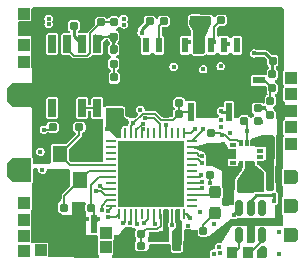
<source format=gbr>
%TF.GenerationSoftware,KiCad,Pcbnew,8.0.5*%
%TF.CreationDate,2024-10-22T08:55:14+02:00*%
%TF.ProjectId,cansatperso,63616e73-6174-4706-9572-736f2e6b6963,rev?*%
%TF.SameCoordinates,Original*%
%TF.FileFunction,Copper,L1,Top*%
%TF.FilePolarity,Positive*%
%FSLAX46Y46*%
G04 Gerber Fmt 4.6, Leading zero omitted, Abs format (unit mm)*
G04 Created by KiCad (PCBNEW 8.0.5) date 2024-10-22 08:55:14*
%MOMM*%
%LPD*%
G01*
G04 APERTURE LIST*
G04 Aperture macros list*
%AMRoundRect*
0 Rectangle with rounded corners*
0 $1 Rounding radius*
0 $2 $3 $4 $5 $6 $7 $8 $9 X,Y pos of 4 corners*
0 Add a 4 corners polygon primitive as box body*
4,1,4,$2,$3,$4,$5,$6,$7,$8,$9,$2,$3,0*
0 Add four circle primitives for the rounded corners*
1,1,$1+$1,$2,$3*
1,1,$1+$1,$4,$5*
1,1,$1+$1,$6,$7*
1,1,$1+$1,$8,$9*
0 Add four rect primitives between the rounded corners*
20,1,$1+$1,$2,$3,$4,$5,0*
20,1,$1+$1,$4,$5,$6,$7,0*
20,1,$1+$1,$6,$7,$8,$9,0*
20,1,$1+$1,$8,$9,$2,$3,0*%
%AMOutline5P*
0 Free polygon, 5 corners , with rotation*
0 The origin of the aperture is its center*
0 number of corners: always 5*
0 $1 to $10 corner X, Y*
0 $11 Rotation angle, in degrees counterclockwise*
0 create outline with 5 corners*
4,1,5,$1,$2,$3,$4,$5,$6,$7,$8,$9,$10,$1,$2,$11*%
%AMOutline6P*
0 Free polygon, 6 corners , with rotation*
0 The origin of the aperture is its center*
0 number of corners: always 6*
0 $1 to $12 corner X, Y*
0 $13 Rotation angle, in degrees counterclockwise*
0 create outline with 6 corners*
4,1,6,$1,$2,$3,$4,$5,$6,$7,$8,$9,$10,$11,$12,$1,$2,$13*%
%AMOutline7P*
0 Free polygon, 7 corners , with rotation*
0 The origin of the aperture is its center*
0 number of corners: always 7*
0 $1 to $14 corner X, Y*
0 $15 Rotation angle, in degrees counterclockwise*
0 create outline with 7 corners*
4,1,7,$1,$2,$3,$4,$5,$6,$7,$8,$9,$10,$11,$12,$13,$14,$1,$2,$15*%
%AMOutline8P*
0 Free polygon, 8 corners , with rotation*
0 The origin of the aperture is its center*
0 number of corners: always 8*
0 $1 to $16 corner X, Y*
0 $17 Rotation angle, in degrees counterclockwise*
0 create outline with 8 corners*
4,1,8,$1,$2,$3,$4,$5,$6,$7,$8,$9,$10,$11,$12,$13,$14,$15,$16,$1,$2,$17*%
%AMFreePoly0*
4,1,8,1.000000,0.600000,1.000000,-1.000000,0.000000,-1.000000,-1.000000,-1.000000,-1.000000,0.600000,-0.600000,1.000000,0.600000,1.000000,1.000000,0.600000,1.000000,0.600000,$1*%
G04 Aperture macros list end*
%TA.AperFunction,SMDPad,CuDef*%
%ADD10RoundRect,0.160000X-0.197500X-0.160000X0.197500X-0.160000X0.197500X0.160000X-0.197500X0.160000X0*%
%TD*%
%TA.AperFunction,SMDPad,CuDef*%
%ADD11R,0.550000X1.500000*%
%TD*%
%TA.AperFunction,SMDPad,CuDef*%
%ADD12R,1.000000X1.000000*%
%TD*%
%TA.AperFunction,SMDPad,CuDef*%
%ADD13RoundRect,0.155000X0.155000X-0.212500X0.155000X0.212500X-0.155000X0.212500X-0.155000X-0.212500X0*%
%TD*%
%TA.AperFunction,SMDPad,CuDef*%
%ADD14RoundRect,0.155000X-0.155000X0.212500X-0.155000X-0.212500X0.155000X-0.212500X0.155000X0.212500X0*%
%TD*%
%TA.AperFunction,SMDPad,CuDef*%
%ADD15R,1.200000X1.400000*%
%TD*%
%TA.AperFunction,SMDPad,CuDef*%
%ADD16RoundRect,0.155000X-0.212500X-0.155000X0.212500X-0.155000X0.212500X0.155000X-0.212500X0.155000X0*%
%TD*%
%TA.AperFunction,ComponentPad*%
%ADD17Outline6P,-0.600000X0.360000X-0.360000X0.600000X0.360000X0.600000X0.600000X0.360000X0.600000X-0.600000X-0.600000X-0.600000X270.000000*%
%TD*%
%TA.AperFunction,SMDPad,CuDef*%
%ADD18RoundRect,0.155000X0.212500X0.155000X-0.212500X0.155000X-0.212500X-0.155000X0.212500X-0.155000X0*%
%TD*%
%TA.AperFunction,ComponentPad*%
%ADD19FreePoly0,90.000000*%
%TD*%
%TA.AperFunction,SMDPad,CuDef*%
%ADD20RoundRect,0.160000X0.197500X0.160000X-0.197500X0.160000X-0.197500X-0.160000X0.197500X-0.160000X0*%
%TD*%
%TA.AperFunction,SMDPad,CuDef*%
%ADD21RoundRect,0.237500X0.237500X-0.287500X0.237500X0.287500X-0.237500X0.287500X-0.237500X-0.287500X0*%
%TD*%
%TA.AperFunction,SMDPad,CuDef*%
%ADD22R,0.650000X1.525000*%
%TD*%
%TA.AperFunction,SMDPad,CuDef*%
%ADD23RoundRect,0.160000X-0.160000X0.197500X-0.160000X-0.197500X0.160000X-0.197500X0.160000X0.197500X0*%
%TD*%
%TA.AperFunction,SMDPad,CuDef*%
%ADD24RoundRect,0.160000X0.160000X-0.197500X0.160000X0.197500X-0.160000X0.197500X-0.160000X-0.197500X0*%
%TD*%
%TA.AperFunction,SMDPad,CuDef*%
%ADD25R,0.600000X1.250000*%
%TD*%
%TA.AperFunction,SMDPad,CuDef*%
%ADD26R,1.200000X3.790000*%
%TD*%
%TA.AperFunction,SMDPad,CuDef*%
%ADD27R,1.450000X1.400000*%
%TD*%
%TA.AperFunction,SMDPad,CuDef*%
%ADD28R,1.000000X0.600000*%
%TD*%
%TA.AperFunction,SMDPad,CuDef*%
%ADD29R,0.950000X0.850000*%
%TD*%
%TA.AperFunction,SMDPad,CuDef*%
%ADD30RoundRect,0.150000X0.150000X-0.512500X0.150000X0.512500X-0.150000X0.512500X-0.150000X-0.512500X0*%
%TD*%
%TA.AperFunction,SMDPad,CuDef*%
%ADD31RoundRect,0.062500X-0.375000X-0.062500X0.375000X-0.062500X0.375000X0.062500X-0.375000X0.062500X0*%
%TD*%
%TA.AperFunction,SMDPad,CuDef*%
%ADD32RoundRect,0.062500X-0.062500X-0.375000X0.062500X-0.375000X0.062500X0.375000X-0.062500X0.375000X0*%
%TD*%
%TA.AperFunction,HeatsinkPad*%
%ADD33R,5.600000X5.600000*%
%TD*%
%TA.AperFunction,SMDPad,CuDef*%
%ADD34R,0.575000X0.350000*%
%TD*%
%TA.AperFunction,SMDPad,CuDef*%
%ADD35R,0.350000X0.575000*%
%TD*%
%TA.AperFunction,ViaPad*%
%ADD36C,0.400000*%
%TD*%
%TA.AperFunction,Conductor*%
%ADD37C,0.150000*%
%TD*%
%TA.AperFunction,Conductor*%
%ADD38C,0.250000*%
%TD*%
%TA.AperFunction,Conductor*%
%ADD39C,0.200000*%
%TD*%
G04 APERTURE END LIST*
D10*
%TO.P,R8,1*%
%TO.N,+3.3V*%
X183732500Y-74100000D03*
%TO.P,R8,2*%
%TO.N,SPI1_MISO_SD*%
X184927500Y-74100000D03*
%TD*%
D11*
%TO.P,SW1,1,1*%
%TO.N,GND*%
X175770000Y-91295000D03*
%TO.P,SW1,2,2*%
%TO.N,NRST*%
X179020000Y-91295000D03*
%TD*%
D12*
%TO.P,1,1*%
%TO.N,GND*%
X173080000Y-74720000D03*
%TD*%
D13*
%TO.P,C32,1*%
%TO.N,GND*%
X180720000Y-80007500D03*
%TO.P,C32,2*%
%TO.N,ADC1_IN2_CURR*%
X180720000Y-78872500D03*
%TD*%
D14*
%TO.P,C7,1*%
%TO.N,+3.3V*%
X185020000Y-92422500D03*
%TO.P,C7,2*%
%TO.N,GND*%
X185020000Y-93557500D03*
%TD*%
D15*
%TO.P,Y1,1,1*%
%TO.N,Net-(U1-PF0)*%
X176110000Y-85390000D03*
%TO.P,Y1,2,2*%
%TO.N,GND*%
X176110000Y-87590000D03*
%TO.P,Y1,3,3*%
%TO.N,Net-(U1-PF1)*%
X177810000Y-87590000D03*
%TO.P,Y1,4,4*%
%TO.N,GND*%
X177810000Y-85390000D03*
%TD*%
D16*
%TO.P,C2,1*%
%TO.N,GND*%
X177652500Y-89920000D03*
%TO.P,C2,2*%
%TO.N,NRST*%
X178787500Y-89920000D03*
%TD*%
D17*
%TO.P,REF\u002A\u002A2,1*%
%TO.N,TIM3_CHI_PWM4*%
X195660000Y-87340000D03*
%TD*%
D16*
%TO.P,C6,1*%
%TO.N,+3.3V*%
X180900000Y-81870000D03*
%TO.P,C6,2*%
%TO.N,GND*%
X182035000Y-81870000D03*
%TD*%
D18*
%TO.P,C12,1*%
%TO.N,Net-(U1-PF1)*%
X176507500Y-89920000D03*
%TO.P,C12,2*%
%TO.N,GND*%
X175372500Y-89920000D03*
%TD*%
%TO.P,C10,1*%
%TO.N,Net-(U1-VREF+)*%
X182997500Y-93140000D03*
%TO.P,C10,2*%
%TO.N,GND*%
X181862500Y-93140000D03*
%TD*%
D19*
%TO.P,,1*%
%TO.N,GND*%
X172680000Y-80400000D03*
%TD*%
D12*
%TO.P,7,1*%
%TO.N,+3.3V*%
X195700000Y-80300000D03*
%TD*%
D20*
%TO.P,R2,1*%
%TO.N,USART3_RX*%
X186237500Y-81030000D03*
%TO.P,R2,2*%
%TO.N,GND*%
X185042500Y-81030000D03*
%TD*%
D12*
%TO.P,2,1*%
%TO.N,+3.3V*%
X173070000Y-76130000D03*
%TD*%
D16*
%TO.P,C1,1*%
%TO.N,+3.3V*%
X190569500Y-88132000D03*
%TO.P,C1,2*%
%TO.N,GND*%
X191704500Y-88132000D03*
%TD*%
D12*
%TO.P,8,1*%
%TO.N,+5V*%
X195700000Y-78900000D03*
%TD*%
%TO.P,4,1*%
%TO.N,I2C3_SCL_ACCEL*%
X195700000Y-84500000D03*
%TD*%
D18*
%TO.P,C16,1*%
%TO.N,+3.3V*%
X187467500Y-74010000D03*
%TO.P,C16,2*%
%TO.N,GND*%
X186332500Y-74010000D03*
%TD*%
D21*
%TO.P,D3,1,K*%
%TO.N,Net-(D3-K)*%
X189300000Y-90355000D03*
%TO.P,D3,2,A*%
%TO.N,Net-(D3-A)*%
X189300000Y-88605000D03*
%TD*%
D14*
%TO.P,C8,1*%
%TO.N,+3.3V*%
X184040000Y-92412500D03*
%TO.P,C8,2*%
%TO.N,GND*%
X184040000Y-93547500D03*
%TD*%
D22*
%TO.P,IC4,1,VM*%
%TO.N,VIN*%
X175470000Y-81450000D03*
%TO.P,IC4,2,GND*%
%TO.N,GND*%
X176740000Y-81450000D03*
%TO.P,IC4,3,A1*%
%TO.N,Net-(IC4-A1)*%
X178010000Y-81450000D03*
%TO.P,IC4,4,A2*%
X179280000Y-81450000D03*
%TO.P,IC4,5,OUT*%
%TO.N,Net-(IC4-OUT)*%
X179280000Y-76026000D03*
%TO.P,IC4,6,VCC*%
%TO.N,+5V*%
X178010000Y-76026000D03*
%TO.P,IC4,7,A3*%
%TO.N,Net-(IC4-A3)*%
X176740000Y-76026000D03*
%TO.P,IC4,8,VP*%
%TO.N,BAT+*%
X175470000Y-76026000D03*
%TD*%
D23*
%TO.P,R5,1*%
%TO.N,+3.3V*%
X194100000Y-78592500D03*
%TO.P,R5,2*%
%TO.N,Net-(J2-G3)*%
X194100000Y-79787500D03*
%TD*%
D24*
%TO.P,R24,1*%
%TO.N,ADC1_IN2_CURR*%
X180690000Y-77697500D03*
%TO.P,R24,2*%
%TO.N,Net-(IC4-OUT)*%
X180690000Y-76502500D03*
%TD*%
D12*
%TO.P,REF\u002A\u002A,1*%
%TO.N,USART3_RX*%
X180000000Y-93270000D03*
%TD*%
D20*
%TO.P,R9,1*%
%TO.N,+3.3V*%
X192914500Y-82522000D03*
%TO.P,R9,2*%
%TO.N,I2C3_SCL_ACCEL*%
X191719500Y-82522000D03*
%TD*%
D12*
%TO.P,3,1*%
%TO.N,GPIO_EXTI1*%
X173070000Y-77580000D03*
%TD*%
D13*
%TO.P,C15,1*%
%TO.N,+3.3V*%
X194150000Y-77457500D03*
%TO.P,C15,2*%
%TO.N,GND*%
X194150000Y-76322500D03*
%TD*%
D17*
%TO.P,REF\u002A\u002A1,5v*%
%TO.N,+5V*%
X195660000Y-89740000D03*
%TD*%
D23*
%TO.P,R25,1*%
%TO.N,Net-(IC4-A3)*%
X180670000Y-74212500D03*
%TO.P,R25,2*%
%TO.N,Net-(IC4-OUT)*%
X180670000Y-75407500D03*
%TD*%
D18*
%TO.P,C31,1*%
%TO.N,+5V*%
X177327500Y-74500000D03*
%TO.P,C31,2*%
%TO.N,GND*%
X176192500Y-74500000D03*
%TD*%
D12*
%TO.P,,1*%
%TO.N,+5V*%
X173070000Y-73460000D03*
%TD*%
%TO.P,2,1*%
%TO.N,SWDIO*%
X173070000Y-92300000D03*
%TD*%
%TO.P,5,1*%
%TO.N,I2C3_SDA_ACCEL*%
X195700000Y-83100000D03*
%TD*%
D10*
%TO.P,R26,1*%
%TO.N,GND*%
X178412500Y-74210000D03*
%TO.P,R26,2*%
%TO.N,Net-(IC4-A3)*%
X179607500Y-74210000D03*
%TD*%
D12*
%TO.P,1,1*%
%TO.N,SWCLK{slash}I2C1_SDA*%
X173070000Y-90900000D03*
%TD*%
D18*
%TO.P,C11,1*%
%TO.N,GND*%
X187157500Y-93260000D03*
%TO.P,C11,2*%
%TO.N,+3.3V*%
X186022500Y-93260000D03*
%TD*%
D25*
%TO.P,J2,1,1*%
%TO.N,unconnected-(J2-Pad1)*%
X191110000Y-76155000D03*
%TO.P,J2,2,2*%
%TO.N,SPI1_CS_SD*%
X190010000Y-76155000D03*
%TO.P,J2,3,3*%
%TO.N,SPI1_MOSI_SD*%
X188910000Y-76155000D03*
%TO.P,J2,4,4*%
%TO.N,+3.3V*%
X187810000Y-76155000D03*
%TO.P,J2,5,5*%
%TO.N,SPI1_SCK_SD*%
X186710000Y-76155000D03*
%TO.P,J2,6,6*%
%TO.N,GND*%
X185610000Y-76155000D03*
%TO.P,J2,7,7*%
%TO.N,SPI1_MISO_SD*%
X184510000Y-76155000D03*
%TO.P,J2,8,8*%
%TO.N,unconnected-(J2-Pad8)*%
X183410000Y-76155000D03*
D26*
%TO.P,J2,9,G1*%
%TO.N,GND*%
X182260000Y-78635000D03*
D27*
%TO.P,J2,10,G2*%
X192735000Y-77880000D03*
D28*
%TO.P,J2,11,G3*%
%TO.N,Net-(J2-G3)*%
X192960000Y-79130000D03*
D29*
%TO.P,J2,12,G4*%
%TO.N,GND*%
X192035000Y-80105000D03*
%TD*%
D30*
%TO.P,U2,1,I/O1*%
%TO.N,USBD-*%
X191320000Y-92230000D03*
%TO.P,U2,2,GND*%
%TO.N,GND*%
X192270000Y-92230000D03*
%TO.P,U2,3,I/O2*%
%TO.N,USBD+*%
X193220000Y-92230000D03*
%TO.P,U2,4,I/O2*%
%TO.N,D+*%
X193220000Y-89955000D03*
%TO.P,U2,5,VBUS*%
%TO.N,+5V*%
X192270000Y-89955000D03*
%TO.P,U2,6,I/O1*%
%TO.N,D-*%
X191320000Y-89955000D03*
%TD*%
D12*
%TO.P,6,1*%
%TO.N,GND*%
X195700000Y-81700000D03*
%TD*%
D17*
%TO.P,REF\u002A\u002A,1*%
%TO.N,GND*%
X195660000Y-92190000D03*
%TD*%
D11*
%TO.P,SW2,1,1*%
%TO.N,USART3_RX*%
X187200000Y-81795000D03*
%TO.P,SW2,2,2*%
%TO.N,+3.3V*%
X190450000Y-81795000D03*
%TD*%
D23*
%TO.P,R6,1*%
%TO.N,Net-(J2-G3)*%
X193960000Y-80852500D03*
%TO.P,R6,2*%
%TO.N,SDDETECT*%
X193960000Y-82047500D03*
%TD*%
D14*
%TO.P,C4,1*%
%TO.N,+3.3V*%
X188800000Y-86002500D03*
%TO.P,C4,2*%
%TO.N,GND*%
X188800000Y-87137500D03*
%TD*%
D12*
%TO.P,,1*%
%TO.N,SWO*%
X173090000Y-89490000D03*
%TD*%
D18*
%TO.P,C17,1*%
%TO.N,+3.3V*%
X193907500Y-88120000D03*
%TO.P,C17,2*%
%TO.N,GND*%
X192772500Y-88120000D03*
%TD*%
%TO.P,C9,1*%
%TO.N,Net-(U1-VREF+)*%
X183007500Y-92090000D03*
%TO.P,C9,2*%
%TO.N,GND*%
X181872500Y-92090000D03*
%TD*%
D31*
%TO.P,U1,1,VBAT*%
%TO.N,unconnected-(U1-VBAT-Pad1)*%
X180422500Y-84287500D03*
%TO.P,U1,2,PC13*%
%TO.N,unconnected-(U1-PC13-Pad2)*%
X180422500Y-84787500D03*
%TO.P,U1,3,PC14*%
%TO.N,unconnected-(U1-PC14-Pad3)*%
X180422500Y-85287500D03*
%TO.P,U1,4,PC15*%
%TO.N,unconnected-(U1-PC15-Pad4)*%
X180422500Y-85787500D03*
%TO.P,U1,5,PF0*%
%TO.N,Net-(U1-PF0)*%
X180422500Y-86287500D03*
%TO.P,U1,6,PF1*%
%TO.N,Net-(U1-PF1)*%
X180422500Y-86787500D03*
%TO.P,U1,7,PG10*%
%TO.N,NRST*%
X180422500Y-87287500D03*
%TO.P,U1,8,PA0*%
%TO.N,ADC1_IN1*%
X180422500Y-87787500D03*
%TO.P,U1,9,PA1*%
%TO.N,ADC1_IN2_CURR*%
X180422500Y-88287500D03*
%TO.P,U1,10,PA2*%
%TO.N,ADC1_IN3_VBAT*%
X180422500Y-88787500D03*
%TO.P,U1,11,PA3*%
%TO.N,LPUART1_RX_RADIO*%
X180422500Y-89287500D03*
%TO.P,U1,12,PA4*%
%TO.N,ADC2_IN17*%
X180422500Y-89787500D03*
D32*
%TO.P,U1,13,PA5*%
%TO.N,SPI1_SCK_SD*%
X181110000Y-90475000D03*
%TO.P,U1,14,PA6*%
%TO.N,SPI1_MISO_SD*%
X181610000Y-90475000D03*
%TO.P,U1,15,PA7*%
%TO.N,SPI1_MOSI_SD*%
X182110000Y-90475000D03*
%TO.P,U1,16,PC4*%
%TO.N,SPI1_CS_SD*%
X182610000Y-90475000D03*
%TO.P,U1,17,PB0*%
%TO.N,unconnected-(U1-PB0-Pad17)*%
X183110000Y-90475000D03*
%TO.P,U1,18,PB1*%
%TO.N,GPIO_EXTI1*%
X183610000Y-90475000D03*
%TO.P,U1,19,PB2*%
%TO.N,SDDETECT*%
X184110000Y-90475000D03*
%TO.P,U1,20,VREF+*%
%TO.N,Net-(U1-VREF+)*%
X184610000Y-90475000D03*
%TO.P,U1,21,VDDA*%
%TO.N,+3.3V*%
X185110000Y-90475000D03*
%TO.P,U1,22,PB10*%
%TO.N,USART3_TX*%
X185610000Y-90475000D03*
%TO.P,U1,23,VDD*%
%TO.N,+3.3V*%
X186110000Y-90475000D03*
%TO.P,U1,24,PB11*%
%TO.N,LPUART1_TX_RADIO*%
X186610000Y-90475000D03*
D31*
%TO.P,U1,25,PB12*%
%TO.N,unconnected-(U1-PB12-Pad25)*%
X187297500Y-89787500D03*
%TO.P,U1,26,PB13*%
%TO.N,unconnected-(U1-PB13-Pad26)*%
X187297500Y-89287500D03*
%TO.P,U1,27,PB14*%
%TO.N,Net-(D3-A)*%
X187297500Y-88787500D03*
%TO.P,U1,28,PB15*%
%TO.N,PWEN*%
X187297500Y-88287500D03*
%TO.P,U1,29,PC6*%
%TO.N,TIM3_CHI_PWM4*%
X187297500Y-87787500D03*
%TO.P,U1,30,PA8*%
%TO.N,I2C3_SCL_ACCEL*%
X187297500Y-87287500D03*
%TO.P,U1,31,PA9*%
%TO.N,unconnected-(U1-PA9-Pad31)*%
X187297500Y-86787500D03*
%TO.P,U1,32,PA10*%
%TO.N,unconnected-(U1-PA10-Pad32)*%
X187297500Y-86287500D03*
%TO.P,U1,33,PA11*%
%TO.N,D-*%
X187297500Y-85787500D03*
%TO.P,U1,34,PA12*%
%TO.N,D+*%
X187297500Y-85287500D03*
%TO.P,U1,35,VDD*%
%TO.N,+3.3V*%
X187297500Y-84787500D03*
%TO.P,U1,36,PA13*%
%TO.N,SWDIO*%
X187297500Y-84287500D03*
D32*
%TO.P,U1,37,PA14*%
%TO.N,SWCLK{slash}I2C1_SDA*%
X186610000Y-83600000D03*
%TO.P,U1,38,PA15*%
%TO.N,I2C1_SCL*%
X186110000Y-83600000D03*
%TO.P,U1,39,PC10*%
%TO.N,unconnected-(U1-PC10-Pad39)*%
X185610000Y-83600000D03*
%TO.P,U1,40,PC11*%
%TO.N,I2C3_SDA_ACCEL*%
X185110000Y-83600000D03*
%TO.P,U1,41,PB3*%
%TO.N,SWO*%
X184610000Y-83600000D03*
%TO.P,U1,42,PB4*%
%TO.N,unconnected-(U1-PB4-Pad42)*%
X184110000Y-83600000D03*
%TO.P,U1,43,PB5*%
%TO.N,unconnected-(U1-PB5-Pad43)*%
X183610000Y-83600000D03*
%TO.P,U1,44,PB6*%
%TO.N,USART1_TX_GPS*%
X183110000Y-83600000D03*
%TO.P,U1,45,PB7*%
%TO.N,USART1_RX_GPS*%
X182610000Y-83600000D03*
%TO.P,U1,46,PB8*%
%TO.N,USART3_RX*%
X182110000Y-83600000D03*
%TO.P,U1,47,PB9*%
%TO.N,unconnected-(U1-PB9-Pad47)*%
X181610000Y-83600000D03*
%TO.P,U1,48,VDD*%
%TO.N,+3.3V*%
X181110000Y-83600000D03*
D33*
%TO.P,U1,49,VSS*%
%TO.N,GND*%
X183860000Y-87037500D03*
%TD*%
D18*
%TO.P,C30,1*%
%TO.N,GND*%
X176647500Y-83080000D03*
%TO.P,C30,2*%
%TO.N,ADC1_IN3_VBAT*%
X175512500Y-83080000D03*
%TD*%
%TO.P,C13,1*%
%TO.N,GND*%
X178917500Y-83080000D03*
%TO.P,C13,2*%
%TO.N,Net-(U1-PF0)*%
X177782500Y-83080000D03*
%TD*%
D12*
%TO.P,3,1*%
%TO.N,NRST*%
X173080000Y-93590000D03*
%TD*%
D19*
%TO.P,REF\u002A\u002A,1*%
%TO.N,BAT+*%
X172675000Y-86705000D03*
%TD*%
D24*
%TO.P,R20,1*%
%TO.N,GND*%
X188270000Y-93055000D03*
%TO.P,R20,2*%
%TO.N,Net-(D3-K)*%
X188270000Y-91860000D03*
%TD*%
D16*
%TO.P,C5,1*%
%TO.N,+3.3V*%
X186052500Y-92250000D03*
%TO.P,C5,2*%
%TO.N,GND*%
X187187500Y-92250000D03*
%TD*%
D18*
%TO.P,C14,1*%
%TO.N,SDDETECT*%
X192897500Y-81470000D03*
%TO.P,C14,2*%
%TO.N,GND*%
X191762500Y-81470000D03*
%TD*%
D23*
%TO.P,R10,1*%
%TO.N,I2C3_SDA_ACCEL*%
X188897000Y-83564500D03*
%TO.P,R10,2*%
%TO.N,+3.3V*%
X188897000Y-84759500D03*
%TD*%
D12*
%TO.P,,1*%
%TO.N,USART3_TX*%
X180020000Y-92060000D03*
%TD*%
D16*
%TO.P,C3,1*%
%TO.N,GND*%
X185072500Y-82000000D03*
%TO.P,C3,2*%
%TO.N,USART3_RX*%
X186207500Y-82000000D03*
%TD*%
D34*
%TO.P,IC1,1,SAO*%
%TO.N,unconnected-(IC1-SAO-Pad1)*%
X190774000Y-84580000D03*
%TO.P,IC1,2,RSVD_1*%
%TO.N,+3.3V*%
X190774000Y-85080000D03*
%TO.P,IC1,3,RSVD_2*%
X190774000Y-85580000D03*
%TO.P,IC1,4,INT_0*%
%TO.N,unconnected-(IC1-INT_0-Pad4)*%
X190774000Y-86080000D03*
D35*
%TO.P,IC1,5,VDD_IO*%
%TO.N,+3.3V*%
X191437000Y-86242000D03*
%TO.P,IC1,6,GND_1*%
%TO.N,GND*%
X191937000Y-86242000D03*
%TO.P,IC1,7,GND_2*%
X192437000Y-86242000D03*
D34*
%TO.P,IC1,8,VDD*%
%TO.N,+3.3V*%
X193100000Y-86080000D03*
%TO.P,IC1,9,INT_1*%
%TO.N,unconnected-(IC1-INT_1-Pad9)*%
X193100000Y-85580000D03*
%TO.P,IC1,10,RSVD_3*%
%TO.N,unconnected-(IC1-RSVD_3-Pad10)*%
X193100000Y-85080000D03*
%TO.P,IC1,11,RSVD_4*%
%TO.N,+3.3V*%
X193100000Y-84580000D03*
D35*
%TO.P,IC1,12,CS*%
X192437000Y-84418000D03*
%TO.P,IC1,13,SCL*%
%TO.N,I2C3_SCL_ACCEL*%
X191937000Y-84418000D03*
%TO.P,IC1,14,SDA*%
%TO.N,I2C3_SDA_ACCEL*%
X191437000Y-84418000D03*
%TD*%
D10*
%TO.P,R7,1*%
%TO.N,+3.3V*%
X188582500Y-74030000D03*
%TO.P,R7,2*%
%TO.N,SPI1_MOSI_SD*%
X189777500Y-74030000D03*
%TD*%
D12*
%TO.P,,1*%
%TO.N,ADC2_IN17*%
X174500000Y-93520000D03*
%TD*%
D36*
%TO.N,GND*%
X194680000Y-91940000D03*
%TO.N,+3.3V*%
X180140000Y-83220000D03*
X181090000Y-83220000D03*
%TO.N,GND*%
X176360000Y-93120000D03*
X176050000Y-79740000D03*
X184730000Y-85210000D03*
X176140000Y-82470000D03*
X194760000Y-76690000D03*
X195710000Y-81720000D03*
X192250000Y-88020000D03*
X182160000Y-85940000D03*
X188780000Y-77860000D03*
X188060000Y-80840000D03*
X191100000Y-73300000D03*
X174140000Y-76740000D03*
X182600000Y-73300000D03*
X189650000Y-79120000D03*
X190880000Y-79060000D03*
X175390000Y-93170000D03*
X180900000Y-73300000D03*
X185500000Y-89530000D03*
X183680000Y-78680000D03*
X178400000Y-90820000D03*
X173080000Y-74720000D03*
X186810000Y-92670000D03*
X182750000Y-85180000D03*
X194760000Y-85190000D03*
X186380000Y-89540000D03*
X183870000Y-86560000D03*
X185770000Y-86240000D03*
X177800000Y-79760000D03*
X175330000Y-93790000D03*
X182730000Y-75760000D03*
X179340000Y-84110000D03*
X191820000Y-87500000D03*
X192290000Y-91270000D03*
X177500000Y-73300000D03*
X188800000Y-87800000D03*
X174340000Y-78550000D03*
X183840000Y-85180000D03*
X179390000Y-79780000D03*
X175330000Y-92590000D03*
X183670000Y-77690000D03*
X187970000Y-90257500D03*
X178860000Y-92680000D03*
X187700000Y-73300000D03*
X184670000Y-89530000D03*
X184040000Y-93547500D03*
X182700000Y-93770000D03*
X194580000Y-91267500D03*
X189400000Y-73300000D03*
X174340000Y-80170000D03*
X178930000Y-93810000D03*
X189690000Y-80400000D03*
X182750000Y-86610000D03*
X179200000Y-73300000D03*
X181370000Y-87230000D03*
X192770000Y-77880000D03*
X178130000Y-84070000D03*
X181450000Y-79430000D03*
X192420000Y-91820000D03*
X187000000Y-91430000D03*
X174400000Y-90095000D03*
X183600000Y-79750000D03*
X191330000Y-77620000D03*
X185670000Y-85170000D03*
X181840000Y-86720000D03*
X194760000Y-80090000D03*
X181000000Y-93770000D03*
X177480000Y-92630000D03*
X184300000Y-73300000D03*
X177600000Y-93770000D03*
X186000000Y-73300000D03*
X188010000Y-79360000D03*
X192600000Y-87500000D03*
%TO.N,+3.3V*%
X193380000Y-84040000D03*
X190050000Y-89495521D03*
X189750000Y-81710000D03*
X193800000Y-86700000D03*
X189950000Y-84530000D03*
X187800000Y-75020000D03*
X190420521Y-89010521D03*
X190070000Y-85070000D03*
X193830000Y-84270000D03*
X195710000Y-80320000D03*
X173070000Y-76130000D03*
X186180000Y-91660000D03*
X188320000Y-75010000D03*
X185110000Y-91730000D03*
X192570000Y-76830000D03*
X183050000Y-75090000D03*
X193816587Y-87131306D03*
X181740000Y-82530000D03*
X193150000Y-82610000D03*
X185020000Y-92422500D03*
%TO.N,NRST*%
X173080000Y-93590000D03*
X179380000Y-90850660D03*
%TO.N,USART3_RX*%
X180000000Y-93270000D03*
X182345000Y-82715000D03*
%TO.N,SDDETECT*%
X193396250Y-81483750D03*
X184190000Y-91260000D03*
%TO.N,VIN*%
X175470000Y-81450000D03*
X182950430Y-81600789D03*
X174480000Y-85147500D03*
%TO.N,+5V*%
X177340000Y-74380000D03*
X189147500Y-91280000D03*
X193490000Y-93810000D03*
X181560000Y-74390000D03*
X173070000Y-73460000D03*
X181541494Y-73890340D03*
X175170000Y-73890000D03*
X175170000Y-74330000D03*
X194280000Y-88840000D03*
X194280000Y-89310000D03*
X195710000Y-78920000D03*
%TO.N,ADC1_IN3_VBAT*%
X174770000Y-83300000D03*
X179180000Y-88470000D03*
%TO.N,ADC1_IN2_CURR*%
X180720000Y-78872500D03*
X179541191Y-88089171D03*
%TO.N,I2C3_SDA_ACCEL*%
X185110000Y-82870000D03*
X195710000Y-83120000D03*
X189860000Y-83705000D03*
%TO.N,I2C3_SCL_ACCEL*%
X188090000Y-87150000D03*
X191937000Y-83410000D03*
X195710000Y-84520000D03*
%TO.N,3.3VEN*%
X189655249Y-93721215D03*
X189160000Y-93790000D03*
X189740000Y-77920000D03*
X190530166Y-83559834D03*
X189610000Y-93200000D03*
%TO.N,SPI1_CS_SD*%
X182650000Y-91240000D03*
X190330000Y-76010000D03*
%TO.N,SPI1_MISO_SD*%
X181480000Y-91210000D03*
X184510000Y-76050000D03*
%TO.N,SPI1_SCK_SD*%
X180225170Y-90704168D03*
X187020000Y-75880000D03*
%TO.N,SPI1_MOSI_SD*%
X189220000Y-75840000D03*
X182060000Y-91220000D03*
%TO.N,USART1_RX_GPS*%
X189730000Y-83060000D03*
X183132230Y-82772331D03*
%TO.N,USART1_TX_GPS*%
X183185000Y-83269541D03*
X189760000Y-82490000D03*
%TO.N,LPUART1_RX_RADIO*%
X185760000Y-77960000D03*
X179690000Y-90100000D03*
%TO.N,LPUART1_TX_RADIO*%
X187160000Y-90760000D03*
X188260000Y-78180000D03*
%TO.N,GPIO_EXTI1*%
X173070000Y-77580000D03*
X183230000Y-91230000D03*
%TO.N,SWO*%
X183310000Y-82305000D03*
X173090000Y-89490000D03*
%TO.N,SWDIO*%
X188230000Y-83220000D03*
X173070000Y-92300000D03*
%TO.N,SWCLK{slash}I2C1_SDA*%
X173070000Y-90900000D03*
X187585000Y-83220000D03*
%TO.N,TIM3_CHI_PWM4*%
X188120000Y-87730000D03*
%TO.N,USART3_TX*%
X185620000Y-91330000D03*
X180020000Y-92060000D03*
%TO.N,D+*%
X193220000Y-89955000D03*
X188120000Y-85490000D03*
%TO.N,D-*%
X190860000Y-90540000D03*
X188150000Y-86110000D03*
%TO.N,BAT+*%
X174650000Y-86680000D03*
X175470000Y-76026000D03*
%TO.N,PWEN*%
X188180000Y-88240000D03*
X194690000Y-93860000D03*
%TO.N,USBD+*%
X192060000Y-93870000D03*
%TO.N,USBD-*%
X190740000Y-93860000D03*
%TO.N,ADC2_IN17*%
X180190000Y-90150000D03*
X174500000Y-93530000D03*
%TD*%
D37*
%TO.N,NRST*%
X178787500Y-87962500D02*
X179460000Y-87290000D01*
X180420000Y-87290000D02*
X180422500Y-87287500D01*
X178787500Y-89920000D02*
X178787500Y-87962500D01*
X179460000Y-87290000D02*
X180420000Y-87290000D01*
%TO.N,GND*%
X188800000Y-87137500D02*
X188800000Y-87800000D01*
D38*
%TO.N,+3.3V*%
X190774000Y-85080000D02*
X190774000Y-85580000D01*
X188800000Y-84856500D02*
X188897000Y-84759500D01*
X189835000Y-81795000D02*
X190450000Y-81795000D01*
X189750000Y-81710000D02*
X189835000Y-81795000D01*
X194100000Y-77507500D02*
X194150000Y-77457500D01*
X193522500Y-76830000D02*
X194150000Y-77457500D01*
X194100000Y-78592500D02*
X194100000Y-77507500D01*
X183050000Y-74782500D02*
X183732500Y-74100000D01*
X192570000Y-76830000D02*
X193522500Y-76830000D01*
X188869000Y-84787500D02*
X188897000Y-84759500D01*
X183050000Y-75090000D02*
X183050000Y-74782500D01*
D37*
%TO.N,NRST*%
X179380000Y-90935000D02*
X179020000Y-91295000D01*
X179020000Y-90152500D02*
X178787500Y-89920000D01*
X179380000Y-90850660D02*
X179380000Y-90935000D01*
X179020000Y-91295000D02*
X179020000Y-90152500D01*
%TO.N,USART3_RX*%
X185722500Y-82485000D02*
X184719014Y-82485000D01*
X183130000Y-81930000D02*
X182345000Y-82715000D01*
X186237500Y-81970000D02*
X186207500Y-82000000D01*
X186412500Y-81795000D02*
X186207500Y-82000000D01*
X184719014Y-82485000D02*
X184164014Y-81930000D01*
X182345000Y-82715000D02*
X182110000Y-82950000D01*
X187200000Y-81795000D02*
X186412500Y-81795000D01*
X182110000Y-82950000D02*
X182110000Y-83600000D01*
X186237500Y-81030000D02*
X186237500Y-81970000D01*
X184164014Y-81930000D02*
X183130000Y-81930000D01*
X186207500Y-82000000D02*
X185722500Y-82485000D01*
%TO.N,Net-(U1-VREF+)*%
X184650000Y-90515000D02*
X184650000Y-91430000D01*
X184650000Y-91430000D02*
X184390000Y-91690000D01*
X184610000Y-90475000D02*
X184650000Y-90515000D01*
X182997500Y-93140000D02*
X182997500Y-92100000D01*
X182997500Y-92100000D02*
X183007500Y-92090000D01*
X183407500Y-91690000D02*
X183007500Y-92090000D01*
X184390000Y-91690000D02*
X183407500Y-91690000D01*
%TO.N,Net-(U1-PF1)*%
X176507500Y-88892500D02*
X177810000Y-87590000D01*
X176507500Y-89920000D02*
X176507500Y-88892500D01*
X180422500Y-86787500D02*
X178612500Y-86787500D01*
X178612500Y-86787500D02*
X177810000Y-87590000D01*
%TO.N,Net-(U1-PF0)*%
X177782500Y-83717500D02*
X176110000Y-85390000D01*
X176110000Y-85390000D02*
X177007500Y-86287500D01*
X177782500Y-83080000D02*
X177782500Y-83717500D01*
X177007500Y-86287500D02*
X180422500Y-86287500D01*
%TO.N,SDDETECT*%
X184190000Y-91260000D02*
X184110000Y-91180000D01*
X193396250Y-81483750D02*
X193960000Y-82047500D01*
X184110000Y-91180000D02*
X184110000Y-90475000D01*
X192897500Y-81470000D02*
X193382500Y-81470000D01*
X193382500Y-81470000D02*
X193396250Y-81483750D01*
D38*
%TO.N,+5V*%
X194280000Y-88840000D02*
X192722501Y-88840000D01*
X177327500Y-75343500D02*
X178010000Y-76026000D01*
X192270000Y-89292501D02*
X192270000Y-89955000D01*
X177327500Y-74500000D02*
X177327500Y-75343500D01*
X192722501Y-88840000D02*
X192270000Y-89292501D01*
X194280000Y-89310000D02*
X194280000Y-88840000D01*
D37*
%TO.N,ADC1_IN3_VBAT*%
X179985001Y-88787500D02*
X180422500Y-88787500D01*
X174770000Y-83300000D02*
X175292500Y-83300000D01*
X175292500Y-83300000D02*
X175512500Y-83080000D01*
X179704278Y-88537500D02*
X179735001Y-88537500D01*
X179180000Y-88470000D02*
X179636778Y-88470000D01*
X179735001Y-88537500D02*
X179985001Y-88787500D01*
X179636778Y-88470000D02*
X179704278Y-88537500D01*
%TO.N,ADC1_IN2_CURR*%
X179807832Y-88287500D02*
X180422500Y-88287500D01*
X179541191Y-88089171D02*
X179672020Y-88220000D01*
X180690000Y-77697500D02*
X180690000Y-78842500D01*
X180690000Y-78842500D02*
X180720000Y-78872500D01*
X179672020Y-88220000D02*
X179740332Y-88220000D01*
X179740332Y-88220000D02*
X179807832Y-88287500D01*
%TO.N,Net-(D3-K)*%
X189300000Y-90355000D02*
X188270000Y-91385000D01*
X188270000Y-91385000D02*
X188270000Y-91860000D01*
%TO.N,Net-(D3-A)*%
X187297500Y-88787500D02*
X189117500Y-88787500D01*
X189117500Y-88787500D02*
X189300000Y-88605000D01*
%TO.N,I2C3_SDA_ACCEL*%
X188897000Y-83564500D02*
X189719500Y-83564500D01*
X191149000Y-84130000D02*
X191437000Y-84418000D01*
X189860000Y-83705000D02*
X190145000Y-83705000D01*
X185110000Y-82870000D02*
X185110000Y-83600000D01*
X190145000Y-83705000D02*
X190570000Y-84130000D01*
X190570000Y-84130000D02*
X191149000Y-84130000D01*
X189719500Y-83564500D02*
X189860000Y-83705000D01*
%TO.N,I2C3_SCL_ACCEL*%
X191937000Y-83410000D02*
X191937000Y-84418000D01*
X191719500Y-82522000D02*
X191937000Y-82739500D01*
X187952500Y-87287500D02*
X188090000Y-87150000D01*
X187297500Y-87287500D02*
X187952500Y-87287500D01*
X191937000Y-82739500D02*
X191937000Y-83410000D01*
%TO.N,Net-(IC4-A3)*%
X178433500Y-77040000D02*
X178700000Y-76773500D01*
X176740000Y-76463500D02*
X177316500Y-77040000D01*
X176740000Y-76026000D02*
X176740000Y-76463500D01*
X178700000Y-75117500D02*
X179607500Y-74210000D01*
X179610000Y-74212500D02*
X179607500Y-74210000D01*
X180670000Y-74212500D02*
X179610000Y-74212500D01*
X178700000Y-76773500D02*
X178700000Y-75117500D01*
X177316500Y-77040000D02*
X178433500Y-77040000D01*
%TO.N,Net-(IC4-A1)*%
X178010000Y-81450000D02*
X179280000Y-81450000D01*
%TO.N,Net-(IC4-OUT)*%
X180670000Y-75407500D02*
X179898500Y-75407500D01*
X180670000Y-75407500D02*
X180670000Y-76482500D01*
X179898500Y-75407500D02*
X179280000Y-76026000D01*
X180670000Y-76482500D02*
X180690000Y-76502500D01*
%TO.N,SPI1_CS_SD*%
X182610000Y-91200000D02*
X182650000Y-91240000D01*
X182610000Y-90475000D02*
X182610000Y-91200000D01*
%TO.N,SPI1_MISO_SD*%
X184927500Y-74100000D02*
X184887500Y-74100000D01*
X181610000Y-90475000D02*
X181610000Y-91080000D01*
X184510000Y-74477500D02*
X184510000Y-76050000D01*
X181610000Y-91080000D02*
X181480000Y-91210000D01*
X184510000Y-76050000D02*
X184510000Y-76155000D01*
X184887500Y-74100000D02*
X184510000Y-74477500D01*
%TO.N,Net-(J2-G3)*%
X193442500Y-79130000D02*
X194100000Y-79787500D01*
X193960000Y-80852500D02*
X193960000Y-79927500D01*
X192960000Y-79130000D02*
X193442500Y-79130000D01*
X193960000Y-79927500D02*
X194100000Y-79787500D01*
%TO.N,SPI1_SCK_SD*%
X180225170Y-90704168D02*
X180880832Y-90704168D01*
X180880832Y-90704168D02*
X181110000Y-90475000D01*
%TO.N,SPI1_MOSI_SD*%
X189220000Y-75840000D02*
X189220000Y-74587500D01*
X182110000Y-91170000D02*
X182060000Y-91220000D01*
X182110000Y-90475000D02*
X182110000Y-91170000D01*
X189220000Y-74587500D02*
X189777500Y-74030000D01*
X189220000Y-75840000D02*
X188910000Y-76150000D01*
X188910000Y-76150000D02*
X188910000Y-76155000D01*
%TO.N,USART1_RX_GPS*%
X182610000Y-83294561D02*
X182610000Y-83600000D01*
X183132230Y-82772331D02*
X182610000Y-83294561D01*
%TO.N,USART1_TX_GPS*%
X183165351Y-83269541D02*
X183110000Y-83324892D01*
X183110000Y-83324892D02*
X183110000Y-83600000D01*
X183185000Y-83269541D02*
X183165351Y-83269541D01*
%TO.N,LPUART1_RX_RADIO*%
X179690000Y-90100000D02*
X179690000Y-89744892D01*
X179690000Y-89744892D02*
X180147392Y-89287500D01*
X180147392Y-89287500D02*
X180422500Y-89287500D01*
%TO.N,LPUART1_TX_RADIO*%
X186875000Y-90475000D02*
X187160000Y-90760000D01*
X186610000Y-90475000D02*
X186875000Y-90475000D01*
%TO.N,GPIO_EXTI1*%
X183610000Y-90475000D02*
X183610000Y-90850000D01*
X183610000Y-90850000D02*
X183230000Y-91230000D01*
%TO.N,SWO*%
X184610000Y-82799669D02*
X184610000Y-83600000D01*
X183310000Y-82305000D02*
X184115331Y-82305000D01*
X184115331Y-82305000D02*
X184610000Y-82799669D01*
%TO.N,SWDIO*%
X188230000Y-83355000D02*
X187297500Y-84287500D01*
X188230000Y-83220000D02*
X188230000Y-83355000D01*
%TO.N,SWCLK{slash}I2C1_SDA*%
X187205000Y-83600000D02*
X186610000Y-83600000D01*
X187585000Y-83220000D02*
X187205000Y-83600000D01*
%TO.N,TIM3_CHI_PWM4*%
X188062500Y-87787500D02*
X188120000Y-87730000D01*
X187297500Y-87787500D02*
X188062500Y-87787500D01*
%TO.N,USART3_TX*%
X185610000Y-91320000D02*
X185610000Y-90475000D01*
X185620000Y-91330000D02*
X185610000Y-91320000D01*
D39*
%TO.N,D+*%
X188120000Y-85490000D02*
X187937499Y-85490000D01*
X187734999Y-85287500D02*
X187297500Y-85287500D01*
X187937499Y-85490000D02*
X187734999Y-85287500D01*
%TO.N,D-*%
X190860000Y-90540000D02*
X190860000Y-90415000D01*
X187827500Y-85787500D02*
X187297500Y-85787500D01*
X188150000Y-86110000D02*
X187827500Y-85787500D01*
X190860000Y-90415000D02*
X191320000Y-89955000D01*
D37*
%TO.N,PWEN*%
X188132500Y-88287500D02*
X188180000Y-88240000D01*
X187297500Y-88287500D02*
X188132500Y-88287500D01*
D39*
%TO.N,USBD+*%
X193220000Y-92710000D02*
X193220000Y-92230000D01*
X192060000Y-93870000D02*
X193220000Y-92710000D01*
%TO.N,USBD-*%
X191320000Y-93280000D02*
X190740000Y-93860000D01*
X191320000Y-92230000D02*
X191320000Y-93280000D01*
D37*
%TO.N,ADC2_IN17*%
X180422500Y-89917500D02*
X180190000Y-90150000D01*
X180422500Y-89787500D02*
X180422500Y-89917500D01*
%TD*%
%TA.AperFunction,Conductor*%
%TO.N,+3.3V*%
G36*
X185277539Y-90007685D02*
G01*
X185323294Y-90060489D01*
X185334500Y-90112000D01*
X185334500Y-90870984D01*
X185346856Y-90933106D01*
X185346858Y-90933110D01*
X185360156Y-90953012D01*
X185381033Y-91019690D01*
X185362547Y-91087070D01*
X185344737Y-91109580D01*
X185332907Y-91121409D01*
X185332904Y-91121414D01*
X185282498Y-91220341D01*
X185265131Y-91329997D01*
X185265131Y-91330002D01*
X185282498Y-91439658D01*
X185332904Y-91538585D01*
X185332908Y-91538591D01*
X185369522Y-91575204D01*
X185403008Y-91636527D01*
X185405841Y-91662455D01*
X185409305Y-92660069D01*
X185389854Y-92727177D01*
X185337209Y-92773115D01*
X185285306Y-92784500D01*
X185232081Y-92784500D01*
X185223134Y-92784758D01*
X185222549Y-92784792D01*
X185215377Y-92785000D01*
X184824624Y-92785000D01*
X184817469Y-92784793D01*
X184816874Y-92784759D01*
X184816870Y-92784758D01*
X184816838Y-92784757D01*
X184807919Y-92784500D01*
X184807902Y-92784500D01*
X183896636Y-92784500D01*
X183896632Y-92784500D01*
X183855467Y-92790049D01*
X183855460Y-92790050D01*
X183792149Y-92807434D01*
X183783801Y-92809862D01*
X183713932Y-92809676D01*
X183655255Y-92771745D01*
X183626400Y-92708112D01*
X183625241Y-92687036D01*
X183644977Y-92035742D01*
X183666683Y-91969332D01*
X183720849Y-91925197D01*
X183768920Y-91915500D01*
X184330703Y-91915500D01*
X184330711Y-91915501D01*
X184345145Y-91915501D01*
X184434853Y-91915501D01*
X184434855Y-91915501D01*
X184493460Y-91891225D01*
X184521916Y-91879439D01*
X184569368Y-91870000D01*
X184859999Y-91870000D01*
X184860000Y-91870000D01*
X184865529Y-91521658D01*
X184874956Y-91476169D01*
X184875501Y-91474854D01*
X184875501Y-91385145D01*
X184875501Y-91375156D01*
X184875500Y-91375142D01*
X184875500Y-90933465D01*
X184877883Y-90909273D01*
X184885500Y-90870980D01*
X184885500Y-90264459D01*
X184885516Y-90262491D01*
X184887936Y-90110032D01*
X184908682Y-90043313D01*
X184962205Y-89998402D01*
X185011920Y-89988000D01*
X185210500Y-89988000D01*
X185277539Y-90007685D01*
G37*
%TD.AperFunction*%
%TD*%
%TA.AperFunction,Conductor*%
%TO.N,+5V*%
G36*
X193576403Y-93193591D02*
G01*
X193622783Y-93245847D01*
X193634603Y-93297392D01*
X193641978Y-93997923D01*
X193623000Y-94065166D01*
X193570681Y-94111474D01*
X193517985Y-94123228D01*
X192925985Y-94123228D01*
X192858946Y-94103543D01*
X192813191Y-94050739D01*
X192801992Y-94000547D01*
X192801441Y-93948836D01*
X192797090Y-93539853D01*
X192816060Y-93472612D01*
X192833396Y-93450864D01*
X193069035Y-93215225D01*
X193130353Y-93181743D01*
X193155223Y-93178919D01*
X193509134Y-93174706D01*
X193576403Y-93193591D01*
G37*
%TD.AperFunction*%
%TD*%
%TA.AperFunction,Conductor*%
%TO.N,+3.3V*%
G36*
X194245426Y-83789685D02*
G01*
X194291181Y-83842489D01*
X194302360Y-83896592D01*
X194221623Y-87758853D01*
X194221624Y-87758868D01*
X194224609Y-87792604D01*
X194224611Y-87792612D01*
X194235148Y-87845286D01*
X194244687Y-87875411D01*
X194245378Y-87877595D01*
X194249499Y-87886929D01*
X194259434Y-87909427D01*
X194270000Y-87959514D01*
X194270000Y-88283033D01*
X194263605Y-88322340D01*
X194256098Y-88344800D01*
X194256094Y-88344812D01*
X194255111Y-88349025D01*
X194220699Y-88409833D01*
X194158874Y-88442382D01*
X194137802Y-88444782D01*
X193715839Y-88456504D01*
X193648279Y-88438689D01*
X193601076Y-88387176D01*
X193588406Y-88334124D01*
X193579824Y-87656177D01*
X193575859Y-86989931D01*
X193573443Y-86963536D01*
X193572664Y-86959176D01*
X193570746Y-86938958D01*
X193570000Y-86880000D01*
X193570000Y-86879999D01*
X193540620Y-86854929D01*
X193521125Y-86833944D01*
X193497025Y-86801087D01*
X193497021Y-86801083D01*
X193466039Y-86769492D01*
X193466038Y-86769491D01*
X193466032Y-86769485D01*
X193428043Y-86740466D01*
X193370943Y-86696848D01*
X193225019Y-86585378D01*
X193219807Y-86581169D01*
X192861009Y-86274994D01*
X192822791Y-86216504D01*
X192817500Y-86180669D01*
X192817500Y-86045570D01*
X192817224Y-86043062D01*
X192817329Y-86042467D01*
X192817314Y-86042181D01*
X192817381Y-86042177D01*
X192829458Y-85974272D01*
X192876941Y-85923016D01*
X192940480Y-85905500D01*
X193402320Y-85905500D01*
X193417991Y-85902382D01*
X193442182Y-85900000D01*
X193580000Y-85900000D01*
X193550000Y-84750000D01*
X193549999Y-84750000D01*
X193549998Y-84749999D01*
X193217814Y-84754489D01*
X193216138Y-84754500D01*
X192805141Y-84754500D01*
X192773585Y-84750417D01*
X192715990Y-84735260D01*
X192620001Y-84710000D01*
X192620000Y-84710000D01*
X192386500Y-84710000D01*
X192319461Y-84690315D01*
X192273706Y-84637511D01*
X192262500Y-84586000D01*
X192262500Y-84206179D01*
X192282185Y-84139140D01*
X192334989Y-84093385D01*
X192344385Y-84089551D01*
X193209599Y-83777360D01*
X193251685Y-83770000D01*
X194178387Y-83770000D01*
X194245426Y-83789685D01*
G37*
%TD.AperFunction*%
%TD*%
%TA.AperFunction,Conductor*%
%TO.N,+3.3V*%
G36*
X186277539Y-90007685D02*
G01*
X186323294Y-90060489D01*
X186334500Y-90112000D01*
X186334500Y-90870984D01*
X186346857Y-90933109D01*
X186393935Y-91003565D01*
X186402571Y-91012201D01*
X186399973Y-91014798D01*
X186431155Y-91052112D01*
X186441436Y-91099265D01*
X186466773Y-92445714D01*
X186466632Y-92454397D01*
X186456126Y-92659278D01*
X186455130Y-92668808D01*
X186455130Y-92675532D01*
X186454967Y-92681867D01*
X186416857Y-93425017D01*
X186393765Y-93490960D01*
X186338687Y-93533950D01*
X186330773Y-93536779D01*
X186329997Y-93537026D01*
X186329968Y-93537037D01*
X186290571Y-93554434D01*
X186240484Y-93565000D01*
X185804513Y-93565000D01*
X185754421Y-93554431D01*
X185750885Y-93552870D01*
X185744957Y-93550252D01*
X185707369Y-93524502D01*
X185700497Y-93517630D01*
X185674742Y-93480032D01*
X185670564Y-93470569D01*
X185660000Y-93420486D01*
X185660000Y-93064008D01*
X185659999Y-93063991D01*
X185656446Y-93030945D01*
X185645240Y-92979434D01*
X185610813Y-92910658D01*
X185610811Y-92910656D01*
X185606504Y-92904210D01*
X185609095Y-92902478D01*
X185586062Y-92852010D01*
X185584806Y-92833679D01*
X185585809Y-92659278D01*
X185589741Y-91975016D01*
X185609811Y-91908092D01*
X185619073Y-91895640D01*
X185920000Y-91540000D01*
X185919999Y-91539996D01*
X185923157Y-91531209D01*
X185933562Y-91486642D01*
X185957500Y-91439661D01*
X185957500Y-91439659D01*
X185957501Y-91439658D01*
X185974869Y-91330002D01*
X185974869Y-91329997D01*
X185957501Y-91220341D01*
X185957500Y-91220338D01*
X185928103Y-91162643D01*
X185914598Y-91107902D01*
X185902169Y-90113548D01*
X185921014Y-90046270D01*
X185973242Y-89999858D01*
X186026159Y-89988000D01*
X186210500Y-89988000D01*
X186277539Y-90007685D01*
G37*
%TD.AperFunction*%
%TD*%
%TA.AperFunction,Conductor*%
%TO.N,USBD-*%
G36*
X191083106Y-93220363D02*
G01*
X191129486Y-93272619D01*
X191141306Y-93324164D01*
X191148598Y-94016938D01*
X191129620Y-94084181D01*
X191077301Y-94130489D01*
X191024387Y-94142243D01*
X190432376Y-94141204D01*
X190365372Y-94121402D01*
X190319709Y-94068517D01*
X190308601Y-94018523D01*
X190301317Y-93333835D01*
X190320287Y-93266590D01*
X190372602Y-93220276D01*
X190423830Y-93208525D01*
X191015837Y-93201478D01*
X191083106Y-93220363D01*
G37*
%TD.AperFunction*%
%TD*%
%TA.AperFunction,Conductor*%
%TO.N,+3.3V*%
G36*
X188834597Y-73699322D02*
G01*
X188901529Y-73719368D01*
X188946998Y-73772419D01*
X188957910Y-73825387D01*
X188950431Y-74274099D01*
X188939233Y-74323563D01*
X188420000Y-75459997D01*
X188392582Y-76748638D01*
X188371476Y-76815243D01*
X188317710Y-76859865D01*
X188268610Y-76870000D01*
X187504644Y-76870000D01*
X187437605Y-76850315D01*
X187391850Y-76797511D01*
X187380646Y-76745358D01*
X187390000Y-74940002D01*
X187389999Y-74940001D01*
X187390000Y-74940000D01*
X187102952Y-74337199D01*
X187090971Y-74279889D01*
X187091158Y-74274099D01*
X187106108Y-73810648D01*
X187127943Y-73744282D01*
X187182195Y-73700254D01*
X187230710Y-73690652D01*
X188834597Y-73699322D01*
G37*
%TD.AperFunction*%
%TD*%
%TA.AperFunction,Conductor*%
%TO.N,+3.3V*%
G36*
X181465488Y-81450055D02*
G01*
X181511601Y-81502546D01*
X181523119Y-81551647D01*
X181524541Y-81607122D01*
X181520233Y-81642850D01*
X181519963Y-81643839D01*
X181517000Y-81669380D01*
X181517000Y-81669384D01*
X181517000Y-82070616D01*
X181519963Y-82096156D01*
X181528239Y-82114900D01*
X181538764Y-82161807D01*
X181540000Y-82210000D01*
X181925690Y-82481736D01*
X181969156Y-82536440D01*
X181978228Y-82586410D01*
X181974711Y-82718281D01*
X181953246Y-82784772D01*
X181938437Y-82802655D01*
X181918830Y-82822261D01*
X181918830Y-82822265D01*
X181884499Y-82905144D01*
X181882117Y-82917122D01*
X181879312Y-82916564D01*
X181864814Y-82965940D01*
X181812010Y-83011695D01*
X181742852Y-83021639D01*
X181736309Y-83020519D01*
X181726173Y-83018503D01*
X181693480Y-83012000D01*
X181526520Y-83012000D01*
X181526515Y-83012000D01*
X181464390Y-83024357D01*
X181393935Y-83071435D01*
X181346857Y-83141890D01*
X181334500Y-83204015D01*
X181334500Y-83916000D01*
X181314815Y-83983039D01*
X181262011Y-84028794D01*
X181210500Y-84040000D01*
X180946593Y-84040000D01*
X180879554Y-84020315D01*
X180852919Y-83997248D01*
X180070612Y-83095294D01*
X180041557Y-83031752D01*
X180040288Y-83013281D01*
X180040298Y-83011695D01*
X180049244Y-81562397D01*
X180069342Y-81495482D01*
X180122428Y-81450054D01*
X180172396Y-81439167D01*
X181398318Y-81430827D01*
X181465488Y-81450055D01*
G37*
%TD.AperFunction*%
%TD*%
%TA.AperFunction,Conductor*%
%TO.N,GND*%
G36*
X192603960Y-85940571D02*
G01*
X192650257Y-85992900D01*
X192662000Y-86045572D01*
X192662000Y-86269820D01*
X192662000Y-86269822D01*
X192661999Y-86269822D01*
X192670731Y-86313718D01*
X192670734Y-86313724D01*
X192679681Y-86327115D01*
X192691925Y-86364529D01*
X192699998Y-86379999D01*
X193371637Y-86893056D01*
X193412962Y-86949394D01*
X193420362Y-86990857D01*
X193425136Y-87792945D01*
X193414573Y-87843768D01*
X193392463Y-87893842D01*
X193392463Y-87893844D01*
X193389500Y-87919380D01*
X193389500Y-88320619D01*
X193392463Y-88346155D01*
X193392463Y-88346157D01*
X193412005Y-88390415D01*
X193421076Y-88459693D01*
X193391252Y-88522878D01*
X193332002Y-88559908D01*
X193298570Y-88564500D01*
X192667699Y-88564500D01*
X192596100Y-88594158D01*
X192596099Y-88594157D01*
X192566442Y-88606442D01*
X192556287Y-88613228D01*
X192553934Y-88609707D01*
X192512911Y-88632073D01*
X192489908Y-88634847D01*
X191287276Y-88666635D01*
X191219740Y-88648728D01*
X191172606Y-88597152D01*
X191160000Y-88542678D01*
X191160000Y-87547740D01*
X191179685Y-87480701D01*
X191181000Y-87478697D01*
X191690000Y-86720000D01*
X191690187Y-86715069D01*
X191712398Y-86648828D01*
X191716713Y-86643676D01*
X191720501Y-86638005D01*
X191720504Y-86638004D01*
X191753767Y-86588222D01*
X191760759Y-86553072D01*
X191762500Y-86544322D01*
X191762500Y-86052289D01*
X191782185Y-85985250D01*
X191834989Y-85939495D01*
X191885218Y-85928296D01*
X192536725Y-85921580D01*
X192603960Y-85940571D01*
G37*
%TD.AperFunction*%
%TD*%
%TA.AperFunction,Conductor*%
%TO.N,Net-(IC4-OUT)*%
G36*
X180923862Y-75089685D02*
G01*
X180969617Y-75142489D01*
X180970240Y-75143876D01*
X180974183Y-75152806D01*
X180974427Y-75153360D01*
X180984999Y-75203458D01*
X180984999Y-75611538D01*
X180974433Y-75661626D01*
X180969450Y-75672911D01*
X180943698Y-75710503D01*
X180906140Y-75748061D01*
X180903809Y-75750441D01*
X180900237Y-75754168D01*
X180900234Y-75754172D01*
X180873019Y-75793035D01*
X180873009Y-75793052D01*
X180842148Y-75855704D01*
X180839027Y-75862441D01*
X180827133Y-75942049D01*
X180835048Y-76011482D01*
X180836060Y-76018798D01*
X180869096Y-76092202D01*
X180897402Y-76126871D01*
X180908736Y-76143290D01*
X180910433Y-76146229D01*
X180910435Y-76146232D01*
X180921132Y-76156929D01*
X180924300Y-76160433D01*
X180927410Y-76163207D01*
X180963697Y-76199494D01*
X180989448Y-76237084D01*
X180994431Y-76248368D01*
X181004999Y-76298459D01*
X181004999Y-76706538D01*
X180994433Y-76756626D01*
X180989450Y-76767911D01*
X180963697Y-76805504D01*
X180955505Y-76813696D01*
X180917911Y-76839449D01*
X180910161Y-76842871D01*
X180870817Y-76852971D01*
X180575144Y-76878683D01*
X180506651Y-76864880D01*
X180498691Y-76860307D01*
X180473105Y-76844315D01*
X180473103Y-76844314D01*
X180462998Y-76839852D01*
X180462947Y-76839829D01*
X180462031Y-76839424D01*
X180424493Y-76813696D01*
X180416299Y-76805502D01*
X180390544Y-76767904D01*
X180385562Y-76756621D01*
X180375000Y-76706541D01*
X180375000Y-76298457D01*
X180385565Y-76248372D01*
X180390545Y-76237093D01*
X180416298Y-76199498D01*
X180453834Y-76161963D01*
X180456145Y-76159603D01*
X180459761Y-76155830D01*
X180486993Y-76116941D01*
X180517864Y-76054262D01*
X180520976Y-76047546D01*
X180532865Y-75967936D01*
X180524948Y-75898516D01*
X180524946Y-75898506D01*
X180524944Y-75898483D01*
X180523934Y-75891186D01*
X180523934Y-75891185D01*
X180517529Y-75876956D01*
X180490895Y-75817785D01*
X180462605Y-75783140D01*
X180451267Y-75766716D01*
X180449566Y-75763769D01*
X180438838Y-75753041D01*
X180435742Y-75749616D01*
X180432650Y-75746853D01*
X180396300Y-75710503D01*
X180370547Y-75672910D01*
X180357773Y-75643978D01*
X180357349Y-75643026D01*
X180356765Y-75641727D01*
X180332458Y-75603658D01*
X180286703Y-75550854D01*
X180281725Y-75545379D01*
X180281724Y-75545378D01*
X180281723Y-75545377D01*
X180230928Y-75514415D01*
X180183930Y-75462714D01*
X180172345Y-75393812D01*
X180199851Y-75329584D01*
X180224669Y-75306734D01*
X180289284Y-75261805D01*
X180334370Y-75208429D01*
X180357829Y-75170897D01*
X180369742Y-75143914D01*
X180414826Y-75090539D01*
X180481612Y-75070010D01*
X180483177Y-75070000D01*
X180856823Y-75070000D01*
X180923862Y-75089685D01*
G37*
%TD.AperFunction*%
%TA.AperFunction,Conductor*%
G36*
X179203483Y-75242389D02*
G01*
X179204119Y-75240226D01*
X179211916Y-75242515D01*
X179211917Y-75242516D01*
X179278956Y-75262201D01*
X179322767Y-75268500D01*
X179565867Y-75268500D01*
X179632906Y-75288185D01*
X179634757Y-75289397D01*
X179647176Y-75297695D01*
X179649762Y-75299474D01*
X179651207Y-75300389D01*
X179651456Y-75300555D01*
X179659977Y-75304351D01*
X179711115Y-75329949D01*
X179717810Y-75333103D01*
X179783318Y-75343319D01*
X179846524Y-75373098D01*
X179883596Y-75432321D01*
X179882765Y-75502186D01*
X179848043Y-75555512D01*
X179848763Y-75556232D01*
X179681861Y-75723134D01*
X179681840Y-75723156D01*
X179670757Y-75735494D01*
X179670734Y-75735521D01*
X179654107Y-75756154D01*
X179654104Y-75756159D01*
X179625981Y-75809922D01*
X179606300Y-75876950D01*
X179606297Y-75876964D01*
X179600000Y-75920763D01*
X179600000Y-76659500D01*
X179580315Y-76726539D01*
X179527511Y-76772294D01*
X179476000Y-76783500D01*
X179223810Y-76783500D01*
X179222220Y-76783490D01*
X179072410Y-76781569D01*
X179005629Y-76761026D01*
X178960554Y-76707640D01*
X178950000Y-76657579D01*
X178950000Y-75374139D01*
X178969685Y-75307100D01*
X179022489Y-75261345D01*
X179052565Y-75252006D01*
X179144907Y-75235805D01*
X179203483Y-75242389D01*
G37*
%TD.AperFunction*%
%TD*%
%TA.AperFunction,Conductor*%
%TO.N,GND*%
G36*
X194300418Y-91430000D02*
G01*
X193488990Y-91430000D01*
X193449200Y-91421606D01*
X193448994Y-91422364D01*
X193439994Y-91419915D01*
X193414865Y-91417000D01*
X193025143Y-91417000D01*
X193025117Y-91417002D01*
X193000012Y-91419913D01*
X192991011Y-91422363D01*
X192990804Y-91421605D01*
X192951012Y-91430000D01*
X192650000Y-91430000D01*
X192613326Y-92759419D01*
X192591800Y-92825891D01*
X192537754Y-92870172D01*
X192489373Y-92880000D01*
X192095710Y-92880000D01*
X192028671Y-92860315D01*
X191982916Y-92807511D01*
X191971722Y-92754302D01*
X191990000Y-91420000D01*
X191989999Y-91419999D01*
X191612200Y-91437571D01*
X191556354Y-91427140D01*
X191539991Y-91419915D01*
X191514865Y-91417000D01*
X191125143Y-91417000D01*
X191125117Y-91417002D01*
X191100012Y-91419913D01*
X191100010Y-91419914D01*
X191016192Y-91456923D01*
X190971868Y-91467354D01*
X190700000Y-91479999D01*
X189854952Y-92808628D01*
X189802364Y-92854631D01*
X189733253Y-92864900D01*
X189729305Y-92863992D01*
X189729300Y-92864026D01*
X189610002Y-92845131D01*
X189609998Y-92845131D01*
X189500341Y-92862498D01*
X189401414Y-92912904D01*
X189401407Y-92912909D01*
X189322909Y-92991407D01*
X189322904Y-92991414D01*
X189272498Y-93090341D01*
X189255131Y-93199997D01*
X189255131Y-93200003D01*
X189269734Y-93292205D01*
X189260779Y-93361498D01*
X189215783Y-93414950D01*
X189166660Y-93434075D01*
X189050341Y-93452499D01*
X188951414Y-93502904D01*
X188951407Y-93502909D01*
X188872909Y-93581407D01*
X188872904Y-93581414D01*
X188822498Y-93680341D01*
X188805131Y-93789997D01*
X188805131Y-93790002D01*
X188822498Y-93899656D01*
X188822499Y-93899659D01*
X188822500Y-93899661D01*
X188852197Y-93957946D01*
X188865093Y-94026612D01*
X188838817Y-94091353D01*
X188781710Y-94131610D01*
X188741494Y-94138238D01*
X180649584Y-94124042D01*
X180582580Y-94104240D01*
X180536917Y-94051356D01*
X180527095Y-93982180D01*
X180556232Y-93918675D01*
X180580910Y-93896941D01*
X180608504Y-93878504D01*
X180641767Y-93828722D01*
X180645491Y-93810000D01*
X180650500Y-93784822D01*
X180650500Y-92755180D01*
X180645212Y-92728597D01*
X180642188Y-92713395D01*
X180648414Y-92643805D01*
X180660703Y-92620313D01*
X180661767Y-92618722D01*
X180663504Y-92609990D01*
X180670500Y-92574822D01*
X180670500Y-92344000D01*
X180690185Y-92276961D01*
X180742989Y-92231206D01*
X180794500Y-92220000D01*
X181170000Y-92220000D01*
X181571377Y-91608811D01*
X181624631Y-91563581D01*
X181680294Y-91552991D01*
X182003537Y-91566746D01*
X182017618Y-91568156D01*
X182060000Y-91574869D01*
X182076203Y-91572302D01*
X182100860Y-91570887D01*
X182430641Y-91584920D01*
X182496781Y-91607437D01*
X182540249Y-91662139D01*
X182547244Y-91731657D01*
X182538802Y-91758893D01*
X182492463Y-91863841D01*
X182492463Y-91863843D01*
X182489500Y-91889380D01*
X182489500Y-92290619D01*
X182492463Y-92316156D01*
X182492463Y-92316158D01*
X182543238Y-92431150D01*
X182539512Y-92432794D01*
X182554429Y-92478622D01*
X182554479Y-92481603D01*
X182555731Y-92730724D01*
X182536384Y-92797861D01*
X182534033Y-92801423D01*
X182528598Y-92809356D01*
X182482463Y-92913844D01*
X182479500Y-92939380D01*
X182479500Y-93340619D01*
X182482463Y-93366156D01*
X182482463Y-93366158D01*
X182528597Y-93470640D01*
X182535091Y-93480120D01*
X182532463Y-93481920D01*
X182557030Y-93526911D01*
X182559862Y-93552645D01*
X182560000Y-93580000D01*
X182647968Y-93580000D01*
X182698053Y-93590565D01*
X182710115Y-93595890D01*
X182713844Y-93597537D01*
X182739384Y-93600500D01*
X182739386Y-93600500D01*
X183255614Y-93600500D01*
X183255616Y-93600500D01*
X183281156Y-93597537D01*
X183290568Y-93593381D01*
X183296947Y-93590565D01*
X183347032Y-93580000D01*
X183499999Y-93580000D01*
X183500000Y-93580000D01*
X183526545Y-93526911D01*
X183538546Y-93502909D01*
X183559691Y-93460619D01*
X183643898Y-93292205D01*
X183689999Y-93200003D01*
X183690002Y-93199997D01*
X183785727Y-93008546D01*
X183833314Y-92957387D01*
X183896636Y-92940000D01*
X184807902Y-92940000D01*
X184815792Y-92940456D01*
X184815802Y-92940293D01*
X184819382Y-92940499D01*
X184819384Y-92940500D01*
X184819386Y-92940500D01*
X185220614Y-92940500D01*
X185220616Y-92940500D01*
X185220617Y-92940499D01*
X185224198Y-92940293D01*
X185224207Y-92940456D01*
X185232098Y-92940000D01*
X185380500Y-92940000D01*
X185447539Y-92959685D01*
X185493294Y-93012489D01*
X185504500Y-93064000D01*
X185504500Y-93460619D01*
X185507463Y-93486156D01*
X185507463Y-93486158D01*
X185545766Y-93572905D01*
X185553597Y-93590640D01*
X185634360Y-93671403D01*
X185738844Y-93717537D01*
X185764384Y-93720500D01*
X185764386Y-93720500D01*
X186280614Y-93720500D01*
X186280616Y-93720500D01*
X186306156Y-93717537D01*
X186392787Y-93679285D01*
X186444231Y-93668727D01*
X186560000Y-93670000D01*
X186653804Y-91840813D01*
X186676896Y-91774872D01*
X186731974Y-91731882D01*
X186780929Y-91723210D01*
X187673685Y-91746911D01*
X187740175Y-91768367D01*
X187784513Y-91822367D01*
X187794306Y-91866278D01*
X187799415Y-92004226D01*
X187799500Y-92008814D01*
X187799500Y-92103858D01*
X187803586Y-92139080D01*
X187803083Y-92139138D01*
X187804838Y-92150655D01*
X187810000Y-92290000D01*
X187852069Y-92290000D01*
X187919108Y-92309685D01*
X187922146Y-92311700D01*
X187931481Y-92318094D01*
X187931486Y-92318099D01*
X188037680Y-92364988D01*
X188063643Y-92368000D01*
X188476356Y-92367999D01*
X188484726Y-92367028D01*
X188502314Y-92364989D01*
X188502315Y-92364988D01*
X188502320Y-92364988D01*
X188608514Y-92318099D01*
X188608521Y-92318091D01*
X188617854Y-92311700D01*
X188684286Y-92290054D01*
X188687931Y-92290000D01*
X188779999Y-92290000D01*
X188780000Y-92290000D01*
X190591512Y-90876830D01*
X190656474Y-90851117D01*
X190724072Y-90864116D01*
X190750339Y-90877500D01*
X190750340Y-90877500D01*
X190750342Y-90877501D01*
X190859998Y-90894869D01*
X190860000Y-90894869D01*
X190860002Y-90894869D01*
X190969658Y-90877501D01*
X190969659Y-90877500D01*
X190969661Y-90877500D01*
X191068587Y-90827095D01*
X191068592Y-90827089D01*
X191076483Y-90821358D01*
X191077928Y-90823347D01*
X191126920Y-90796587D01*
X191151608Y-90793762D01*
X193057360Y-90768008D01*
X193058680Y-90767999D01*
X193414864Y-90767999D01*
X193439991Y-90765085D01*
X193439991Y-90765084D01*
X193449260Y-90764010D01*
X193449331Y-90764625D01*
X193464390Y-90762508D01*
X194314611Y-90751018D01*
X194300418Y-91430000D01*
G37*
%TD.AperFunction*%
%TA.AperFunction,Conductor*%
G36*
X174174219Y-86575518D02*
G01*
X174241005Y-86596032D01*
X174286100Y-86649400D01*
X174295148Y-86680109D01*
X174312498Y-86789658D01*
X174362904Y-86888585D01*
X174362909Y-86888592D01*
X174441407Y-86967090D01*
X174441410Y-86967092D01*
X174441413Y-86967095D01*
X174512990Y-87003565D01*
X174540341Y-87017501D01*
X174649998Y-87034869D01*
X174650000Y-87034869D01*
X174650002Y-87034869D01*
X174759658Y-87017501D01*
X174759659Y-87017500D01*
X174759661Y-87017500D01*
X174858587Y-86967095D01*
X174937095Y-86888587D01*
X174987500Y-86789661D01*
X174988794Y-86781496D01*
X175002977Y-86691946D01*
X175032906Y-86628811D01*
X175092217Y-86591879D01*
X175126983Y-86587353D01*
X176828272Y-86608487D01*
X176895060Y-86629002D01*
X176940156Y-86682371D01*
X176950728Y-86731735D01*
X176958743Y-88070244D01*
X176939460Y-88137400D01*
X176922426Y-88158667D01*
X176379765Y-88701329D01*
X176316330Y-88764763D01*
X176316330Y-88764765D01*
X176281999Y-88847644D01*
X176281999Y-88951788D01*
X176282000Y-88951797D01*
X176282000Y-89135565D01*
X176262315Y-89202604D01*
X176256928Y-89210327D01*
X175970000Y-89590000D01*
X175970000Y-90230000D01*
X176072419Y-90290116D01*
X176097331Y-90309374D01*
X176119360Y-90331403D01*
X176141725Y-90341278D01*
X176207285Y-90370226D01*
X176219963Y-90376717D01*
X176430000Y-90500000D01*
X177190000Y-90480000D01*
X177182150Y-90056110D01*
X177172339Y-89526296D01*
X177190779Y-89458903D01*
X177242727Y-89412179D01*
X177296318Y-89400000D01*
X178177746Y-89400000D01*
X178244785Y-89419685D01*
X178290540Y-89472489D01*
X178301734Y-89522242D01*
X178302797Y-89597200D01*
X178292244Y-89649043D01*
X178272463Y-89693842D01*
X178272463Y-89693844D01*
X178271745Y-89700037D01*
X178269500Y-89719384D01*
X178269500Y-90120616D01*
X178272463Y-90146156D01*
X178287403Y-90179991D01*
X178301653Y-90212265D01*
X178312206Y-90260592D01*
X178325954Y-91229761D01*
X178340000Y-92220000D01*
X178340001Y-92220000D01*
X179245500Y-92220000D01*
X179312539Y-92239685D01*
X179358294Y-92292489D01*
X179369500Y-92344000D01*
X179369500Y-92574820D01*
X179369500Y-92574822D01*
X179369499Y-92574822D01*
X179377811Y-92616604D01*
X179371584Y-92686196D01*
X179359298Y-92709684D01*
X179358233Y-92711276D01*
X179358231Y-92711282D01*
X179349500Y-92755177D01*
X179349500Y-92755180D01*
X179349500Y-93784820D01*
X179349500Y-93784822D01*
X179349499Y-93784822D01*
X179358231Y-93828717D01*
X179358234Y-93828724D01*
X179391494Y-93878502D01*
X179391495Y-93878502D01*
X179391496Y-93878504D01*
X179415667Y-93894654D01*
X179460472Y-93948265D01*
X179469179Y-94017590D01*
X179439025Y-94080618D01*
X179379582Y-94117338D01*
X179346558Y-94121756D01*
X175274282Y-94114612D01*
X175207278Y-94094810D01*
X175161615Y-94041926D01*
X175150500Y-93990612D01*
X175150500Y-93005177D01*
X175141768Y-92961282D01*
X175141767Y-92961281D01*
X175141767Y-92961278D01*
X175108504Y-92911496D01*
X175108503Y-92911495D01*
X175058724Y-92878234D01*
X175058717Y-92878231D01*
X175014822Y-92869500D01*
X175014820Y-92869500D01*
X173985180Y-92869500D01*
X173985178Y-92869500D01*
X173941282Y-92878231D01*
X173941276Y-92878233D01*
X173913389Y-92896867D01*
X173846711Y-92917744D01*
X173779332Y-92899258D01*
X173732642Y-92847279D01*
X173720500Y-92793764D01*
X173720500Y-91785177D01*
X173711768Y-91741282D01*
X173711767Y-91741281D01*
X173711767Y-91741278D01*
X173711765Y-91741275D01*
X173707094Y-91729998D01*
X173710757Y-91728480D01*
X173696530Y-91683047D01*
X173696513Y-91680070D01*
X173697583Y-91516754D01*
X173711138Y-91471682D01*
X173707093Y-91470007D01*
X173711766Y-91458724D01*
X173711766Y-91458723D01*
X173711767Y-91458722D01*
X173720500Y-91414820D01*
X173720500Y-90385180D01*
X173711767Y-90341278D01*
X173711766Y-90341276D01*
X173709384Y-90329302D01*
X173711060Y-90328968D01*
X173705551Y-90300791D01*
X173706716Y-90123016D01*
X173726839Y-90056110D01*
X173727509Y-90055093D01*
X173731767Y-90048722D01*
X173740500Y-90004820D01*
X173740500Y-88975180D01*
X173735603Y-88950563D01*
X173741829Y-88880976D01*
X173742633Y-88878983D01*
X173750500Y-88859991D01*
X173750500Y-88710009D01*
X173750500Y-87893280D01*
X173770185Y-87826241D01*
X173786819Y-87805599D01*
X173809666Y-87782751D01*
X173809667Y-87782750D01*
X173830500Y-87705000D01*
X173830500Y-86767860D01*
X173831097Y-86755707D01*
X173833458Y-86731735D01*
X173834590Y-86720242D01*
X173834590Y-86696848D01*
X173854275Y-86629809D01*
X173907079Y-86584054D01*
X173960126Y-86572858D01*
X174174219Y-86575518D01*
G37*
%TD.AperFunction*%
%TD*%
%TA.AperFunction,Conductor*%
%TO.N,USBD+*%
G36*
X192396403Y-93210363D02*
G01*
X192442783Y-93262619D01*
X192454603Y-93314164D01*
X192461978Y-94014695D01*
X192443000Y-94081938D01*
X192390681Y-94128246D01*
X192337985Y-94140000D01*
X191745985Y-94140000D01*
X191678946Y-94120315D01*
X191633191Y-94067511D01*
X191621992Y-94017319D01*
X191614614Y-93323835D01*
X191633584Y-93256590D01*
X191685898Y-93210276D01*
X191737127Y-93198525D01*
X192329134Y-93191478D01*
X192396403Y-93210363D01*
G37*
%TD.AperFunction*%
%TD*%
%TA.AperFunction,Conductor*%
%TO.N,+3.3V*%
G36*
X190070130Y-84419685D02*
G01*
X190097106Y-84443147D01*
X190306015Y-84686065D01*
X190334803Y-84749726D01*
X190336000Y-84766916D01*
X190336000Y-84769820D01*
X190336000Y-84769822D01*
X190335999Y-84769822D01*
X190344731Y-84813717D01*
X190344732Y-84813721D01*
X190344733Y-84813722D01*
X190377996Y-84863504D01*
X190427778Y-84896767D01*
X190427781Y-84896767D01*
X190427782Y-84896768D01*
X190471677Y-84905500D01*
X190956000Y-84905500D01*
X191023039Y-84925185D01*
X191068794Y-84977989D01*
X191080000Y-85029500D01*
X191080000Y-85630500D01*
X191060315Y-85697539D01*
X191007511Y-85743294D01*
X190956000Y-85754500D01*
X190471678Y-85754500D01*
X190415801Y-85765615D01*
X190415535Y-85764279D01*
X190386776Y-85770000D01*
X190360000Y-85770000D01*
X190360000Y-85785813D01*
X190345975Y-85833573D01*
X190349406Y-85834994D01*
X190344732Y-85846276D01*
X190336000Y-85890177D01*
X190336000Y-86269820D01*
X190344733Y-86313724D01*
X190349407Y-86325007D01*
X190345745Y-86326523D01*
X190359980Y-86371936D01*
X190360000Y-86374185D01*
X190360000Y-86390000D01*
X190386776Y-86390000D01*
X190415535Y-86395720D01*
X190415801Y-86394385D01*
X190471677Y-86405500D01*
X190471680Y-86405500D01*
X191076322Y-86405500D01*
X191131790Y-86394466D01*
X191139999Y-86390000D01*
X191140000Y-86390000D01*
X191140000Y-86389998D01*
X191147406Y-86385970D01*
X191168659Y-86364402D01*
X191170004Y-86363504D01*
X191203267Y-86313722D01*
X191204815Y-86305939D01*
X191222322Y-86262773D01*
X191250000Y-86220000D01*
X191255612Y-86062848D01*
X191277677Y-85996556D01*
X191332080Y-85952715D01*
X191382882Y-85943321D01*
X191486351Y-85946117D01*
X191552833Y-85967606D01*
X191597145Y-86021626D01*
X191607000Y-86070072D01*
X191607000Y-86490365D01*
X191587315Y-86557404D01*
X191586122Y-86559226D01*
X191584293Y-86561965D01*
X191584274Y-86561994D01*
X191572962Y-86578923D01*
X191572556Y-86583490D01*
X191565351Y-86598702D01*
X191565055Y-86599231D01*
X191564962Y-86599398D01*
X191551585Y-86639293D01*
X191536992Y-86668953D01*
X191062407Y-87376353D01*
X191054595Y-87386771D01*
X190960000Y-87499999D01*
X190959999Y-87500000D01*
X190885103Y-89322468D01*
X190874644Y-89367458D01*
X190872416Y-89372503D01*
X190872415Y-89372506D01*
X190869500Y-89397631D01*
X190869500Y-89570880D01*
X190849815Y-89637919D01*
X190797011Y-89683674D01*
X190750456Y-89694781D01*
X189998956Y-89724841D01*
X189931183Y-89707852D01*
X189883355Y-89656918D01*
X189870000Y-89600940D01*
X189870000Y-89124344D01*
X189883515Y-89068049D01*
X189884967Y-89065200D01*
X189911109Y-89013893D01*
X189911109Y-89013891D01*
X189911110Y-89013890D01*
X189911110Y-89013889D01*
X189922733Y-88940500D01*
X189925500Y-88923033D01*
X189925499Y-88286968D01*
X189925499Y-88286967D01*
X189925499Y-88286962D01*
X189911109Y-88196108D01*
X189911109Y-88196107D01*
X189883515Y-88141950D01*
X189870000Y-88085655D01*
X189870000Y-86760001D01*
X189869999Y-86759999D01*
X189010003Y-86390000D01*
X189009999Y-86389999D01*
X188619141Y-86374672D01*
X188552924Y-86352375D01*
X188509274Y-86297819D01*
X188500000Y-86250767D01*
X188500000Y-86150498D01*
X188501527Y-86131098D01*
X188504869Y-86109999D01*
X188501527Y-86088900D01*
X188500000Y-86069501D01*
X188500000Y-85510000D01*
X188487245Y-85484096D01*
X188487320Y-85484058D01*
X188472997Y-85464393D01*
X188467264Y-85441983D01*
X188457501Y-85380342D01*
X188457500Y-85380340D01*
X188457500Y-85380339D01*
X188407095Y-85281413D01*
X188407092Y-85281410D01*
X188407090Y-85281407D01*
X188328592Y-85202909D01*
X188328588Y-85202906D01*
X188328587Y-85202905D01*
X188266810Y-85171428D01*
X188229658Y-85152498D01*
X188120002Y-85135131D01*
X188119998Y-85135131D01*
X188083701Y-85140880D01*
X188014408Y-85131926D01*
X187988701Y-85116693D01*
X187808386Y-84977989D01*
X187720001Y-84910000D01*
X187719997Y-84909999D01*
X187549293Y-84907991D01*
X187482490Y-84887520D01*
X187437360Y-84834181D01*
X187428230Y-84764910D01*
X187458001Y-84701701D01*
X187517219Y-84664620D01*
X187550752Y-84660000D01*
X187709997Y-84660000D01*
X187710000Y-84660000D01*
X188664226Y-84404227D01*
X188696330Y-84400000D01*
X190003091Y-84400000D01*
X190070130Y-84419685D01*
G37*
%TD.AperFunction*%
%TD*%
%TA.AperFunction,Conductor*%
%TO.N,GND*%
G36*
X195012539Y-72960185D02*
G01*
X195058294Y-73012989D01*
X195069500Y-73064500D01*
X195069500Y-78249989D01*
X195070888Y-78256968D01*
X195064659Y-78326559D01*
X195062869Y-78329981D01*
X195062906Y-78329997D01*
X195058231Y-78341281D01*
X195049500Y-78385177D01*
X195049500Y-78385180D01*
X195049500Y-79414820D01*
X195049500Y-79414822D01*
X195049499Y-79414822D01*
X195058231Y-79458717D01*
X195058234Y-79458724D01*
X195091495Y-79508503D01*
X195095311Y-79512319D01*
X195128796Y-79573642D01*
X195123812Y-79643334D01*
X195095311Y-79687681D01*
X195091495Y-79691496D01*
X195058234Y-79741275D01*
X195058231Y-79741282D01*
X195049500Y-79785177D01*
X195049500Y-79785180D01*
X195049500Y-80814820D01*
X195049500Y-80814822D01*
X195049499Y-80814822D01*
X195058231Y-80858717D01*
X195058234Y-80858724D01*
X195091495Y-80908503D01*
X195104698Y-80917325D01*
X195149503Y-80970937D01*
X195159807Y-81020277D01*
X195159999Y-81179999D01*
X195160000Y-81180000D01*
X196085500Y-81180000D01*
X196152539Y-81199685D01*
X196198294Y-81252489D01*
X196209500Y-81304000D01*
X196209500Y-82107177D01*
X196189815Y-82174216D01*
X196137011Y-82219971D01*
X196086679Y-82231171D01*
X195158212Y-82239999D01*
X195158210Y-82240000D01*
X195157719Y-82381398D01*
X195137802Y-82448369D01*
X195102612Y-82484068D01*
X195091496Y-82491495D01*
X195091495Y-82491496D01*
X195058234Y-82541275D01*
X195058231Y-82541282D01*
X195049500Y-82585177D01*
X195049500Y-82585180D01*
X195049500Y-83614820D01*
X195049500Y-83614822D01*
X195049499Y-83614822D01*
X195058231Y-83658717D01*
X195058234Y-83658724D01*
X195091495Y-83708503D01*
X195095311Y-83712319D01*
X195128796Y-83773642D01*
X195123812Y-83843334D01*
X195095311Y-83887681D01*
X195091495Y-83891496D01*
X195058234Y-83941275D01*
X195058231Y-83941282D01*
X195049500Y-83985177D01*
X195049500Y-83985180D01*
X195049500Y-85014820D01*
X195049500Y-85014822D01*
X195049499Y-85014822D01*
X195060149Y-85068357D01*
X195060151Y-85116732D01*
X195059500Y-85120005D01*
X195059500Y-86493051D01*
X195039815Y-86560090D01*
X195004391Y-86596153D01*
X194951495Y-86631496D01*
X194918234Y-86681275D01*
X194918231Y-86681282D01*
X194909500Y-86725177D01*
X194909500Y-86725180D01*
X194909500Y-87954820D01*
X194909500Y-87954822D01*
X194909499Y-87954822D01*
X194918231Y-87998717D01*
X194918234Y-87998724D01*
X194951494Y-88048502D01*
X194951495Y-88048502D01*
X194951496Y-88048504D01*
X195001278Y-88081767D01*
X195001280Y-88081767D01*
X195004390Y-88083845D01*
X195049195Y-88137457D01*
X195059500Y-88186948D01*
X195059500Y-88893051D01*
X195039815Y-88960090D01*
X195004391Y-88996153D01*
X194951495Y-89031496D01*
X194918234Y-89081275D01*
X194918231Y-89081282D01*
X194909500Y-89125177D01*
X194909500Y-89125180D01*
X194909500Y-90354820D01*
X194909500Y-90354822D01*
X194909499Y-90354822D01*
X194918231Y-90398717D01*
X194918234Y-90398724D01*
X194951494Y-90448502D01*
X194951495Y-90448502D01*
X194951496Y-90448504D01*
X195001278Y-90481767D01*
X195001280Y-90481767D01*
X195004390Y-90483845D01*
X195049195Y-90537457D01*
X195059500Y-90586948D01*
X195059500Y-91310650D01*
X195039815Y-91377689D01*
X194987011Y-91423444D01*
X194938487Y-91434614D01*
X194373417Y-91448230D01*
X194305923Y-91430166D01*
X194305714Y-91430000D01*
X194300418Y-91430000D01*
X194335568Y-89748467D01*
X194356648Y-89681858D01*
X194403243Y-89640579D01*
X194488587Y-89597095D01*
X194567095Y-89518587D01*
X194617500Y-89419661D01*
X194617500Y-89419659D01*
X194617501Y-89419658D01*
X194634869Y-89310002D01*
X194634869Y-89309997D01*
X194617501Y-89200343D01*
X194617500Y-89200341D01*
X194617500Y-89200339D01*
X194582318Y-89131290D01*
X194569423Y-89062626D01*
X194582316Y-89018712D01*
X194617500Y-88949661D01*
X194620412Y-88931278D01*
X194634869Y-88840002D01*
X194634869Y-88839997D01*
X194617501Y-88730341D01*
X194579445Y-88655652D01*
X194567095Y-88631413D01*
X194567092Y-88631410D01*
X194567090Y-88631407D01*
X194488592Y-88552909D01*
X194488588Y-88552906D01*
X194488587Y-88552905D01*
X194464667Y-88540717D01*
X194413871Y-88492744D01*
X194397076Y-88424923D01*
X194407527Y-88380148D01*
X194422537Y-88346156D01*
X194425500Y-88320616D01*
X194425500Y-87919384D01*
X194422537Y-87893844D01*
X194387628Y-87814784D01*
X194377090Y-87762108D01*
X194490000Y-82360700D01*
X194489998Y-82360699D01*
X194489999Y-82360699D01*
X194465727Y-82335811D01*
X194433012Y-82274074D01*
X194430499Y-82249244D01*
X194430499Y-81803644D01*
X194427488Y-81777680D01*
X194380599Y-81671486D01*
X194298514Y-81589401D01*
X194291301Y-81586216D01*
X194239703Y-81563433D01*
X194186327Y-81518346D01*
X194165800Y-81451560D01*
X194184639Y-81384278D01*
X194236863Y-81337862D01*
X194239600Y-81336611D01*
X194298514Y-81310599D01*
X194380599Y-81228514D01*
X194427488Y-81122320D01*
X194430500Y-81096357D01*
X194430499Y-80608644D01*
X194427488Y-80582680D01*
X194425861Y-80578996D01*
X194380599Y-80476486D01*
X194366170Y-80462057D01*
X194332685Y-80400734D01*
X194337669Y-80331042D01*
X194379541Y-80275109D01*
X194403757Y-80260945D01*
X194438514Y-80245599D01*
X194520599Y-80163514D01*
X194567488Y-80057320D01*
X194570500Y-80031357D01*
X194570499Y-79543644D01*
X194567488Y-79517680D01*
X194563436Y-79508504D01*
X194520599Y-79411486D01*
X194438514Y-79329401D01*
X194379703Y-79303433D01*
X194326327Y-79258346D01*
X194305800Y-79191560D01*
X194324639Y-79124278D01*
X194376863Y-79077862D01*
X194379600Y-79076611D01*
X194438514Y-79050599D01*
X194520599Y-78968514D01*
X194567488Y-78862320D01*
X194570500Y-78836357D01*
X194570499Y-78348644D01*
X194567488Y-78322680D01*
X194520599Y-78216486D01*
X194438514Y-78134401D01*
X194438513Y-78134400D01*
X194435126Y-78131013D01*
X194401642Y-78069689D01*
X194406626Y-77999998D01*
X194448498Y-77944064D01*
X194472717Y-77929901D01*
X194480640Y-77926403D01*
X194561403Y-77845640D01*
X194607537Y-77741156D01*
X194610500Y-77715616D01*
X194610500Y-77199384D01*
X194607537Y-77173844D01*
X194605109Y-77168346D01*
X194577360Y-77105500D01*
X194561403Y-77069360D01*
X194480640Y-76988597D01*
X194441860Y-76971474D01*
X194376157Y-76942463D01*
X194350619Y-76939500D01*
X194350616Y-76939500D01*
X194072977Y-76939500D01*
X194005938Y-76919815D01*
X193985296Y-76903181D01*
X193678559Y-76596443D01*
X193665985Y-76591235D01*
X193577300Y-76554500D01*
X192831112Y-76554500D01*
X192774820Y-76540985D01*
X192679661Y-76492500D01*
X192679659Y-76492499D01*
X192679656Y-76492498D01*
X192570002Y-76475131D01*
X192569998Y-76475131D01*
X192460341Y-76492498D01*
X192361414Y-76542904D01*
X192361407Y-76542909D01*
X192282909Y-76621407D01*
X192282904Y-76621414D01*
X192232498Y-76720341D01*
X192215131Y-76829997D01*
X192215131Y-76830002D01*
X192232498Y-76939658D01*
X192282904Y-77038585D01*
X192282909Y-77038592D01*
X192361407Y-77117090D01*
X192361410Y-77117092D01*
X192361413Y-77117095D01*
X192456846Y-77165720D01*
X192460341Y-77167501D01*
X192569998Y-77184869D01*
X192570000Y-77184869D01*
X192570002Y-77184869D01*
X192679656Y-77167501D01*
X192679656Y-77167500D01*
X192679661Y-77167500D01*
X192774820Y-77119014D01*
X192831112Y-77105500D01*
X193357023Y-77105500D01*
X193424062Y-77125185D01*
X193444704Y-77141819D01*
X193653181Y-77350296D01*
X193686666Y-77411619D01*
X193689500Y-77437977D01*
X193689500Y-77715619D01*
X193692463Y-77741156D01*
X193692463Y-77741158D01*
X193738597Y-77845640D01*
X193788181Y-77895224D01*
X193821666Y-77956547D01*
X193824500Y-77982905D01*
X193824500Y-78025873D01*
X193804815Y-78092912D01*
X193770579Y-78128171D01*
X193761489Y-78134398D01*
X193679400Y-78216487D01*
X193632512Y-78322678D01*
X193629500Y-78348639D01*
X193629500Y-78559173D01*
X193609815Y-78626212D01*
X193557011Y-78671967D01*
X193487853Y-78681911D01*
X193481309Y-78680790D01*
X193474824Y-78679500D01*
X193474820Y-78679500D01*
X192445180Y-78679500D01*
X192445178Y-78679500D01*
X192401282Y-78688231D01*
X192401275Y-78688234D01*
X192351496Y-78721495D01*
X192351495Y-78721496D01*
X192318234Y-78771275D01*
X192318231Y-78771282D01*
X192309500Y-78815177D01*
X192309500Y-78815180D01*
X192309500Y-79444820D01*
X192309500Y-79444822D01*
X192309499Y-79444822D01*
X192318231Y-79488717D01*
X192318234Y-79488724D01*
X192337582Y-79517680D01*
X192351496Y-79538504D01*
X192401278Y-79571767D01*
X192401281Y-79571767D01*
X192401282Y-79571768D01*
X192445177Y-79580500D01*
X192445180Y-79580500D01*
X193474817Y-79580500D01*
X193474820Y-79580500D01*
X193481303Y-79579210D01*
X193550892Y-79585433D01*
X193606072Y-79628292D01*
X193629322Y-79694180D01*
X193629500Y-79700826D01*
X193629500Y-80031348D01*
X193629502Y-80031372D01*
X193632510Y-80057314D01*
X193632513Y-80057324D01*
X193679400Y-80163513D01*
X193693829Y-80177942D01*
X193727314Y-80239265D01*
X193722330Y-80308957D01*
X193680458Y-80364890D01*
X193656237Y-80379056D01*
X193621486Y-80394400D01*
X193539401Y-80476485D01*
X193492512Y-80582678D01*
X193489500Y-80608639D01*
X193489500Y-80963095D01*
X193469815Y-81030134D01*
X193417011Y-81075889D01*
X193347853Y-81085833D01*
X193296862Y-81062546D01*
X193295120Y-81065091D01*
X193285640Y-81058597D01*
X193181157Y-81012463D01*
X193155619Y-81009500D01*
X193155616Y-81009500D01*
X192639384Y-81009500D01*
X192639380Y-81009500D01*
X192613843Y-81012463D01*
X192613841Y-81012463D01*
X192509359Y-81058597D01*
X192428597Y-81139359D01*
X192382463Y-81243841D01*
X192382463Y-81243843D01*
X192379500Y-81269380D01*
X192379500Y-81670619D01*
X192382463Y-81696156D01*
X192382463Y-81696158D01*
X192401305Y-81738830D01*
X192428597Y-81800640D01*
X192509360Y-81881403D01*
X192518702Y-81885528D01*
X192572076Y-81930612D01*
X192592604Y-81997398D01*
X192573766Y-82064680D01*
X192546476Y-82093141D01*
X192546611Y-82093276D01*
X192540206Y-82099680D01*
X192538693Y-82101259D01*
X192538486Y-82101400D01*
X192456402Y-82183484D01*
X192430433Y-82242297D01*
X192385346Y-82295672D01*
X192318560Y-82316199D01*
X192251278Y-82297360D01*
X192204862Y-82245136D01*
X192203598Y-82242369D01*
X192177599Y-82183486D01*
X192095514Y-82101401D01*
X192055491Y-82083729D01*
X191989321Y-82054512D01*
X191963357Y-82051500D01*
X191475651Y-82051500D01*
X191475627Y-82051502D01*
X191449685Y-82054510D01*
X191449675Y-82054513D01*
X191343486Y-82101400D01*
X191261402Y-82183484D01*
X191221967Y-82272794D01*
X191176880Y-82326169D01*
X191110094Y-82346696D01*
X191108020Y-82346705D01*
X190998987Y-82346254D01*
X190932030Y-82326292D01*
X190886494Y-82273299D01*
X190875500Y-82222255D01*
X190875500Y-81030177D01*
X190866768Y-80986282D01*
X190866767Y-80986281D01*
X190866767Y-80986278D01*
X190833504Y-80936496D01*
X190833503Y-80936495D01*
X190783724Y-80903234D01*
X190783717Y-80903231D01*
X190739822Y-80894500D01*
X190739820Y-80894500D01*
X190160180Y-80894500D01*
X190160178Y-80894500D01*
X190116282Y-80903231D01*
X190116275Y-80903234D01*
X190066496Y-80936495D01*
X190066495Y-80936496D01*
X190033234Y-80986275D01*
X190033231Y-80986282D01*
X190024500Y-81030177D01*
X190024500Y-81255388D01*
X190004815Y-81322427D01*
X189952011Y-81368182D01*
X189882853Y-81378126D01*
X189862179Y-81373318D01*
X189859658Y-81372498D01*
X189750002Y-81355131D01*
X189749998Y-81355131D01*
X189640341Y-81372498D01*
X189541414Y-81422904D01*
X189541407Y-81422909D01*
X189462909Y-81501407D01*
X189462904Y-81501414D01*
X189412498Y-81600341D01*
X189395131Y-81709997D01*
X189395131Y-81710002D01*
X189412498Y-81819658D01*
X189462904Y-81918585D01*
X189462909Y-81918592D01*
X189541407Y-81997090D01*
X189541410Y-81997092D01*
X189541413Y-81997095D01*
X189541415Y-81997096D01*
X189549305Y-82002828D01*
X189547076Y-82005895D01*
X189584267Y-82040988D01*
X189601094Y-82108801D01*
X189578586Y-82174946D01*
X189558073Y-82195764D01*
X189558313Y-82196004D01*
X189472903Y-82281413D01*
X189467832Y-82288393D01*
X189412499Y-82331056D01*
X189367005Y-82339501D01*
X187748987Y-82332806D01*
X187682029Y-82312844D01*
X187636493Y-82259851D01*
X187625500Y-82208807D01*
X187625500Y-81030177D01*
X187616768Y-80986282D01*
X187616767Y-80986281D01*
X187616767Y-80986278D01*
X187583504Y-80936496D01*
X187583503Y-80936495D01*
X187533724Y-80903234D01*
X187533717Y-80903231D01*
X187489822Y-80894500D01*
X187489820Y-80894500D01*
X186910180Y-80894500D01*
X186910179Y-80894500D01*
X186889118Y-80898689D01*
X186819527Y-80892460D01*
X186764350Y-80849596D01*
X186747437Y-80806002D01*
X186744937Y-80806683D01*
X186742488Y-80797684D01*
X186742488Y-80797680D01*
X186695599Y-80691486D01*
X186613514Y-80609401D01*
X186553008Y-80582685D01*
X186507321Y-80562512D01*
X186481357Y-80559500D01*
X185993651Y-80559500D01*
X185993627Y-80559502D01*
X185967685Y-80562510D01*
X185967675Y-80562513D01*
X185861486Y-80609400D01*
X185779401Y-80691485D01*
X185732512Y-80797678D01*
X185729500Y-80823639D01*
X185729500Y-81236348D01*
X185729502Y-81236372D01*
X185732510Y-81262314D01*
X185732513Y-81262324D01*
X185779400Y-81368513D01*
X185821741Y-81410854D01*
X185855226Y-81472177D01*
X185850242Y-81541869D01*
X185821741Y-81586216D01*
X185738597Y-81669359D01*
X185692463Y-81773841D01*
X185692463Y-81773843D01*
X185689500Y-81799380D01*
X185689500Y-82135500D01*
X185669815Y-82202539D01*
X185617011Y-82248294D01*
X185565500Y-82259500D01*
X184863781Y-82259500D01*
X184796742Y-82239815D01*
X184776100Y-82223181D01*
X184372624Y-81819705D01*
X184355184Y-81802264D01*
X184291750Y-81738830D01*
X184291749Y-81738829D01*
X184267471Y-81728772D01*
X184267471Y-81728771D01*
X184208872Y-81704500D01*
X184208870Y-81704499D01*
X184208869Y-81704499D01*
X184119159Y-81704499D01*
X184104725Y-81704499D01*
X184104717Y-81704500D01*
X183427631Y-81704500D01*
X183360592Y-81684815D01*
X183314837Y-81632011D01*
X183305158Y-81599898D01*
X183287931Y-81491130D01*
X183267357Y-81450751D01*
X183237525Y-81392202D01*
X183237522Y-81392199D01*
X183237520Y-81392196D01*
X183159022Y-81313698D01*
X183159018Y-81313695D01*
X183159017Y-81313694D01*
X183113227Y-81290363D01*
X183060088Y-81263287D01*
X182950432Y-81245920D01*
X182950428Y-81245920D01*
X182840771Y-81263287D01*
X182741844Y-81313693D01*
X182741837Y-81313698D01*
X182663339Y-81392196D01*
X182663334Y-81392203D01*
X182612928Y-81491130D01*
X182595561Y-81600786D01*
X182595561Y-81600791D01*
X182612928Y-81710447D01*
X182663334Y-81809374D01*
X182663339Y-81809381D01*
X182709844Y-81855886D01*
X182743329Y-81917209D01*
X182738345Y-81986901D01*
X182709844Y-82031248D01*
X182466824Y-82274268D01*
X182405501Y-82307753D01*
X182378630Y-82310586D01*
X182065824Y-82309292D01*
X181998867Y-82289330D01*
X181978655Y-82272973D01*
X181948591Y-82242908D01*
X181948589Y-82242907D01*
X181948587Y-82242905D01*
X181849661Y-82192500D01*
X181821699Y-82188070D01*
X181794901Y-82183826D01*
X181742885Y-82162722D01*
X181729074Y-82152992D01*
X181685607Y-82098290D01*
X181681040Y-82083690D01*
X181680978Y-82083707D01*
X181680913Y-82083729D01*
X181680911Y-82083725D01*
X181680770Y-82083765D01*
X181679967Y-82080859D01*
X181678727Y-82077094D01*
X181672500Y-82038292D01*
X181672500Y-81685536D01*
X181673324Y-81671266D01*
X181673737Y-81667701D01*
X181674437Y-81662587D01*
X181674610Y-81661489D01*
X181674615Y-81661465D01*
X181677782Y-81635200D01*
X181678923Y-81625738D01*
X181678923Y-81625737D01*
X181679989Y-81603148D01*
X181679990Y-81603137D01*
X181678568Y-81547662D01*
X181674510Y-81516134D01*
X181668102Y-81488818D01*
X181662993Y-81467035D01*
X181656329Y-81454097D01*
X181628424Y-81399918D01*
X181582311Y-81347427D01*
X181577297Y-81341985D01*
X181577296Y-81341984D01*
X181508283Y-81300560D01*
X181441113Y-81281332D01*
X181441102Y-81281330D01*
X181397260Y-81275331D01*
X180171338Y-81283671D01*
X180162186Y-81284687D01*
X180139296Y-81287230D01*
X180089326Y-81298117D01*
X180021324Y-81331908D01*
X179968256Y-81377321D01*
X179968245Y-81377330D01*
X179968239Y-81377336D01*
X179962732Y-81382280D01*
X179962731Y-81382281D01*
X179962334Y-81382638D01*
X179899297Y-81412773D01*
X179829974Y-81404043D01*
X179776376Y-81359221D01*
X179755519Y-81292537D01*
X179755500Y-81290363D01*
X179755500Y-80672677D01*
X179746768Y-80628782D01*
X179746767Y-80628781D01*
X179746767Y-80628778D01*
X179713504Y-80578996D01*
X179713503Y-80578995D01*
X179663724Y-80545734D01*
X179663717Y-80545731D01*
X179619822Y-80537000D01*
X179619820Y-80537000D01*
X178940180Y-80537000D01*
X178940178Y-80537000D01*
X178896282Y-80545731D01*
X178896275Y-80545734D01*
X178846496Y-80578995D01*
X178846495Y-80578996D01*
X178813234Y-80628775D01*
X178813231Y-80628782D01*
X178804500Y-80672677D01*
X178804500Y-81100500D01*
X178784815Y-81167539D01*
X178732011Y-81213294D01*
X178680500Y-81224500D01*
X178609500Y-81224500D01*
X178542461Y-81204815D01*
X178496706Y-81152011D01*
X178485500Y-81100500D01*
X178485500Y-80672677D01*
X178476768Y-80628782D01*
X178476767Y-80628781D01*
X178476767Y-80628778D01*
X178443504Y-80578996D01*
X178443503Y-80578995D01*
X178393724Y-80545734D01*
X178393717Y-80545731D01*
X178349822Y-80537000D01*
X178349820Y-80537000D01*
X177670180Y-80537000D01*
X177670178Y-80537000D01*
X177626282Y-80545731D01*
X177626275Y-80545734D01*
X177576496Y-80578995D01*
X177576495Y-80578996D01*
X177543234Y-80628775D01*
X177543231Y-80628782D01*
X177534500Y-80672677D01*
X177534500Y-80672680D01*
X177534500Y-82227320D01*
X177534500Y-82227322D01*
X177534499Y-82227322D01*
X177543231Y-82271217D01*
X177543234Y-82271224D01*
X177573285Y-82316199D01*
X177576496Y-82321004D01*
X177626278Y-82354267D01*
X177626281Y-82354267D01*
X177626282Y-82354268D01*
X177670177Y-82363000D01*
X177670180Y-82363000D01*
X178349822Y-82363000D01*
X178393717Y-82354268D01*
X178393717Y-82354267D01*
X178393722Y-82354267D01*
X178443504Y-82321004D01*
X178476767Y-82271222D01*
X178479099Y-82259500D01*
X178485500Y-82227322D01*
X178485500Y-81799500D01*
X178505185Y-81732461D01*
X178557989Y-81686706D01*
X178609500Y-81675500D01*
X178680500Y-81675500D01*
X178747539Y-81695185D01*
X178793294Y-81747989D01*
X178804500Y-81799500D01*
X178804500Y-82227320D01*
X178804500Y-82227322D01*
X178804499Y-82227322D01*
X178813231Y-82271217D01*
X178813234Y-82271224D01*
X178843285Y-82316199D01*
X178846496Y-82321004D01*
X178896278Y-82354267D01*
X178896281Y-82354267D01*
X178896282Y-82354268D01*
X178940177Y-82363000D01*
X178940180Y-82363000D01*
X179619820Y-82363000D01*
X179663722Y-82354267D01*
X179663723Y-82354266D01*
X179671350Y-82352749D01*
X179740942Y-82358975D01*
X179796120Y-82401837D01*
X179819366Y-82467727D01*
X179819543Y-82474686D01*
X179819500Y-82491495D01*
X179818040Y-83050393D01*
X179804527Y-83106359D01*
X179802501Y-83110335D01*
X179802498Y-83110342D01*
X179785131Y-83219997D01*
X179785131Y-83220002D01*
X179802498Y-83329658D01*
X179802499Y-83329661D01*
X179803645Y-83331909D01*
X179804792Y-83336715D01*
X179805515Y-83338940D01*
X179805336Y-83338997D01*
X179817157Y-83388522D01*
X179814130Y-84548231D01*
X179810500Y-85938325D01*
X179790641Y-86005312D01*
X179737718Y-86050928D01*
X179686501Y-86062000D01*
X177152267Y-86062000D01*
X177085228Y-86042315D01*
X177064586Y-86025681D01*
X176896819Y-85857914D01*
X176863334Y-85796591D01*
X176860500Y-85770233D01*
X176860500Y-85009766D01*
X176880185Y-84942727D01*
X176896814Y-84922089D01*
X177892794Y-83926109D01*
X177892797Y-83926108D01*
X177910235Y-83908670D01*
X177910236Y-83908670D01*
X177973670Y-83845236D01*
X177973670Y-83845234D01*
X177973672Y-83845233D01*
X177991900Y-83801225D01*
X178008000Y-83762355D01*
X178008000Y-83644013D01*
X178027685Y-83576974D01*
X178080489Y-83531219D01*
X178081770Y-83530642D01*
X178170640Y-83491403D01*
X178251403Y-83410640D01*
X178297537Y-83306156D01*
X178300500Y-83280616D01*
X178300500Y-82879384D01*
X178297537Y-82853844D01*
X178251403Y-82749360D01*
X178170640Y-82668597D01*
X178140487Y-82655283D01*
X178066157Y-82622463D01*
X178040619Y-82619500D01*
X178040616Y-82619500D01*
X177524384Y-82619500D01*
X177524380Y-82619500D01*
X177498843Y-82622463D01*
X177498841Y-82622463D01*
X177394359Y-82668597D01*
X177313597Y-82749359D01*
X177267463Y-82853841D01*
X177267463Y-82853843D01*
X177264500Y-82879380D01*
X177264500Y-83280619D01*
X177267463Y-83306156D01*
X177267463Y-83306158D01*
X177313597Y-83410640D01*
X177394360Y-83491403D01*
X177433638Y-83508746D01*
X177487014Y-83553832D01*
X177507542Y-83620618D01*
X177488704Y-83687900D01*
X177471233Y-83709861D01*
X176677914Y-84503181D01*
X176616591Y-84536666D01*
X176590233Y-84539500D01*
X175495178Y-84539500D01*
X175451282Y-84548231D01*
X175451275Y-84548234D01*
X175401496Y-84581495D01*
X175401495Y-84581496D01*
X175368234Y-84631275D01*
X175368231Y-84631282D01*
X175359500Y-84675177D01*
X175359500Y-86036000D01*
X175339815Y-86103039D01*
X175287011Y-86148794D01*
X175235500Y-86160000D01*
X173954500Y-86160000D01*
X173887461Y-86140315D01*
X173841706Y-86087511D01*
X173830500Y-86036000D01*
X173830500Y-85705002D01*
X173830500Y-85705000D01*
X173809667Y-85627250D01*
X173809666Y-85627249D01*
X173809666Y-85627248D01*
X173786819Y-85604401D01*
X173753334Y-85543078D01*
X173750500Y-85516720D01*
X173750500Y-85147497D01*
X174125131Y-85147497D01*
X174125131Y-85147502D01*
X174142498Y-85257158D01*
X174192904Y-85356085D01*
X174192909Y-85356092D01*
X174271407Y-85434590D01*
X174271410Y-85434592D01*
X174271413Y-85434595D01*
X174359545Y-85479500D01*
X174370341Y-85485001D01*
X174479998Y-85502369D01*
X174480000Y-85502369D01*
X174480002Y-85502369D01*
X174589658Y-85485001D01*
X174589659Y-85485000D01*
X174589661Y-85485000D01*
X174688587Y-85434595D01*
X174767095Y-85356087D01*
X174817500Y-85257161D01*
X174817500Y-85257159D01*
X174817501Y-85257158D01*
X174834869Y-85147502D01*
X174834869Y-85147497D01*
X174817501Y-85037841D01*
X174817327Y-85037500D01*
X174767095Y-84938913D01*
X174767092Y-84938910D01*
X174767090Y-84938907D01*
X174688592Y-84860409D01*
X174688588Y-84860406D01*
X174688587Y-84860405D01*
X174641455Y-84836390D01*
X174589658Y-84809998D01*
X174480002Y-84792631D01*
X174479998Y-84792631D01*
X174370341Y-84809998D01*
X174271414Y-84860404D01*
X174271407Y-84860409D01*
X174192909Y-84938907D01*
X174192904Y-84938914D01*
X174142498Y-85037841D01*
X174125131Y-85147497D01*
X173750500Y-85147497D01*
X173750500Y-83299997D01*
X174415131Y-83299997D01*
X174415131Y-83300002D01*
X174432498Y-83409658D01*
X174482904Y-83508585D01*
X174482909Y-83508592D01*
X174561407Y-83587090D01*
X174561410Y-83587092D01*
X174561413Y-83587095D01*
X174615827Y-83614820D01*
X174660341Y-83637501D01*
X174769998Y-83654869D01*
X174770000Y-83654869D01*
X174770002Y-83654869D01*
X174879658Y-83637501D01*
X174879659Y-83637500D01*
X174879661Y-83637500D01*
X174978587Y-83587095D01*
X174990813Y-83574869D01*
X175003864Y-83561819D01*
X175065187Y-83528334D01*
X175091545Y-83525500D01*
X175175425Y-83525500D01*
X175225512Y-83536066D01*
X175227729Y-83537044D01*
X175228844Y-83537537D01*
X175254384Y-83540500D01*
X175254386Y-83540500D01*
X175770614Y-83540500D01*
X175770616Y-83540500D01*
X175796156Y-83537537D01*
X175900640Y-83491403D01*
X175981403Y-83410640D01*
X176027537Y-83306156D01*
X176030500Y-83280616D01*
X176030500Y-82879384D01*
X176027537Y-82853844D01*
X175981403Y-82749360D01*
X175900640Y-82668597D01*
X175870487Y-82655283D01*
X175796157Y-82622463D01*
X175770619Y-82619500D01*
X175770616Y-82619500D01*
X175254384Y-82619500D01*
X175254380Y-82619500D01*
X175228843Y-82622463D01*
X175228841Y-82622463D01*
X175124359Y-82668597D01*
X175043597Y-82749359D01*
X174997463Y-82853841D01*
X174995015Y-82862842D01*
X174992853Y-82862253D01*
X174970573Y-82914784D01*
X174912846Y-82954146D01*
X174855285Y-82958638D01*
X174770003Y-82945131D01*
X174769998Y-82945131D01*
X174660341Y-82962498D01*
X174561414Y-83012904D01*
X174561407Y-83012909D01*
X174482909Y-83091407D01*
X174482904Y-83091414D01*
X174432498Y-83190341D01*
X174415131Y-83299997D01*
X173750500Y-83299997D01*
X173750500Y-82227322D01*
X174994499Y-82227322D01*
X175003231Y-82271217D01*
X175003234Y-82271224D01*
X175033285Y-82316199D01*
X175036496Y-82321004D01*
X175086278Y-82354267D01*
X175086281Y-82354267D01*
X175086282Y-82354268D01*
X175130177Y-82363000D01*
X175130180Y-82363000D01*
X175809822Y-82363000D01*
X175853717Y-82354268D01*
X175853717Y-82354267D01*
X175853722Y-82354267D01*
X175903504Y-82321004D01*
X175936767Y-82271222D01*
X175939099Y-82259500D01*
X175945500Y-82227322D01*
X175945500Y-80672677D01*
X175936768Y-80628782D01*
X175936767Y-80628781D01*
X175936767Y-80628778D01*
X175903504Y-80578996D01*
X175903503Y-80578995D01*
X175853724Y-80545734D01*
X175853717Y-80545731D01*
X175809822Y-80537000D01*
X175809820Y-80537000D01*
X175130180Y-80537000D01*
X175130178Y-80537000D01*
X175086282Y-80545731D01*
X175086275Y-80545734D01*
X175036496Y-80578995D01*
X175036495Y-80578996D01*
X175003234Y-80628775D01*
X175003231Y-80628782D01*
X174994500Y-80672677D01*
X174994500Y-80672680D01*
X174994500Y-82227320D01*
X174994500Y-82227322D01*
X174994499Y-82227322D01*
X173750500Y-82227322D01*
X173750500Y-81530010D01*
X173750499Y-81530007D01*
X173735200Y-81493071D01*
X173698293Y-81456164D01*
X173700359Y-81454097D01*
X173667500Y-81414775D01*
X173657199Y-81365106D01*
X173657249Y-81331908D01*
X173660071Y-79452598D01*
X173679855Y-79385592D01*
X173699792Y-79365335D01*
X173698293Y-79363836D01*
X173706929Y-79355200D01*
X173735200Y-79326929D01*
X173750500Y-79289991D01*
X173750500Y-79160009D01*
X173750500Y-78160009D01*
X173737484Y-78128585D01*
X173730526Y-78111786D01*
X173734451Y-78110160D01*
X173720520Y-78065669D01*
X173720500Y-78063455D01*
X173720500Y-77065177D01*
X173711768Y-77021282D01*
X173711767Y-77021279D01*
X173711767Y-77021278D01*
X173684781Y-76980891D01*
X173663905Y-76914214D01*
X173663885Y-76911918D01*
X173664048Y-76803322D01*
X174994499Y-76803322D01*
X175003231Y-76847217D01*
X175003234Y-76847224D01*
X175030817Y-76888505D01*
X175036496Y-76897004D01*
X175086278Y-76930267D01*
X175086281Y-76930267D01*
X175086282Y-76930268D01*
X175130177Y-76939000D01*
X175130180Y-76939000D01*
X175809822Y-76939000D01*
X175853717Y-76930268D01*
X175853717Y-76930267D01*
X175853722Y-76930267D01*
X175903504Y-76897004D01*
X175936767Y-76847222D01*
X175936768Y-76847217D01*
X175945500Y-76803322D01*
X176264499Y-76803322D01*
X176273231Y-76847217D01*
X176273234Y-76847224D01*
X176300817Y-76888505D01*
X176306496Y-76897004D01*
X176356278Y-76930267D01*
X176356281Y-76930267D01*
X176356282Y-76930268D01*
X176400177Y-76939000D01*
X176400180Y-76939000D01*
X176845233Y-76939000D01*
X176912272Y-76958685D01*
X176932914Y-76975319D01*
X177118259Y-77160664D01*
X177118262Y-77160668D01*
X177125330Y-77167736D01*
X177188764Y-77231170D01*
X177199270Y-77235521D01*
X177208637Y-77239402D01*
X177208636Y-77239402D01*
X177262417Y-77261678D01*
X177271645Y-77265501D01*
X177271648Y-77265501D01*
X177375789Y-77265501D01*
X177375797Y-77265500D01*
X178374203Y-77265500D01*
X178374211Y-77265501D01*
X178388645Y-77265501D01*
X178478352Y-77265501D01*
X178478355Y-77265501D01*
X178509859Y-77252451D01*
X178541363Y-77239402D01*
X178548387Y-77236491D01*
X178561236Y-77231170D01*
X178624670Y-77167736D01*
X178624670Y-77167735D01*
X178642108Y-77150297D01*
X178642110Y-77150294D01*
X178810293Y-76982110D01*
X178810300Y-76982106D01*
X178820932Y-76971474D01*
X178882253Y-76937986D01*
X178932810Y-76937534D01*
X178940180Y-76939000D01*
X179619822Y-76939000D01*
X179663717Y-76930268D01*
X179663717Y-76930267D01*
X179663722Y-76930267D01*
X179713504Y-76897004D01*
X179746767Y-76847222D01*
X179746768Y-76847217D01*
X179755500Y-76803322D01*
X179755500Y-75920767D01*
X179775185Y-75853728D01*
X179791819Y-75833086D01*
X179955586Y-75669319D01*
X180016909Y-75635834D01*
X180043267Y-75633000D01*
X180102145Y-75633000D01*
X180169184Y-75652685D01*
X180214939Y-75705489D01*
X180215523Y-75706788D01*
X180249401Y-75783514D01*
X180249402Y-75783515D01*
X180339611Y-75873724D01*
X180337522Y-75875812D01*
X180370449Y-75916136D01*
X180378366Y-75985556D01*
X180347495Y-76048235D01*
X180343879Y-76052008D01*
X180269400Y-76126487D01*
X180222512Y-76232678D01*
X180219500Y-76258639D01*
X180219500Y-76746348D01*
X180219502Y-76746372D01*
X180222510Y-76772314D01*
X180222513Y-76772324D01*
X180269400Y-76878513D01*
X180269401Y-76878514D01*
X180351486Y-76960599D01*
X180400195Y-76982106D01*
X180410296Y-76986566D01*
X180463672Y-77031652D01*
X180484199Y-77098438D01*
X180465361Y-77165720D01*
X180413137Y-77212137D01*
X180410296Y-77213434D01*
X180351485Y-77239401D01*
X180269401Y-77321485D01*
X180222512Y-77427678D01*
X180219500Y-77453639D01*
X180219500Y-77941348D01*
X180219502Y-77941372D01*
X180222510Y-77967314D01*
X180222513Y-77967324D01*
X180269400Y-78073513D01*
X180269401Y-78073514D01*
X180351486Y-78155599D01*
X180390587Y-78172863D01*
X180443962Y-78217948D01*
X180464490Y-78284734D01*
X180464500Y-78286297D01*
X180464500Y-78289621D01*
X180444815Y-78356660D01*
X180398580Y-78396722D01*
X180398841Y-78397103D01*
X180395500Y-78399391D01*
X180392011Y-78402415D01*
X180390615Y-78403042D01*
X180389784Y-78403409D01*
X180389362Y-78403596D01*
X180389357Y-78403599D01*
X180308597Y-78484359D01*
X180262463Y-78588841D01*
X180262463Y-78588843D01*
X180259500Y-78614380D01*
X180259500Y-79130619D01*
X180262463Y-79156156D01*
X180262463Y-79156158D01*
X180307584Y-79258346D01*
X180308597Y-79260640D01*
X180389360Y-79341403D01*
X180493844Y-79387537D01*
X180519384Y-79390500D01*
X180519386Y-79390500D01*
X180920614Y-79390500D01*
X180920616Y-79390500D01*
X180946156Y-79387537D01*
X181050640Y-79341403D01*
X181131403Y-79260640D01*
X181177537Y-79156156D01*
X181180500Y-79130616D01*
X181180500Y-78614384D01*
X181177537Y-78588844D01*
X181131403Y-78484360D01*
X181050640Y-78403597D01*
X181015646Y-78388145D01*
X180962273Y-78343062D01*
X180941745Y-78276276D01*
X180960583Y-78208993D01*
X181012806Y-78162577D01*
X181015615Y-78161294D01*
X181028514Y-78155599D01*
X181110599Y-78073514D01*
X181157488Y-77967320D01*
X181158338Y-77959997D01*
X185405131Y-77959997D01*
X185405131Y-77960002D01*
X185422498Y-78069658D01*
X185472904Y-78168585D01*
X185472909Y-78168592D01*
X185551407Y-78247090D01*
X185551410Y-78247092D01*
X185551413Y-78247095D01*
X185634948Y-78289658D01*
X185650341Y-78297501D01*
X185759998Y-78314869D01*
X185760000Y-78314869D01*
X185760002Y-78314869D01*
X185869658Y-78297501D01*
X185869659Y-78297500D01*
X185869661Y-78297500D01*
X185968587Y-78247095D01*
X186035685Y-78179997D01*
X187905131Y-78179997D01*
X187905131Y-78180002D01*
X187922498Y-78289658D01*
X187972904Y-78388585D01*
X187972909Y-78388592D01*
X188051407Y-78467090D01*
X188051410Y-78467092D01*
X188051413Y-78467095D01*
X188085296Y-78484359D01*
X188150341Y-78517501D01*
X188259998Y-78534869D01*
X188260000Y-78534869D01*
X188260002Y-78534869D01*
X188369658Y-78517501D01*
X188369659Y-78517500D01*
X188369661Y-78517500D01*
X188468587Y-78467095D01*
X188547095Y-78388587D01*
X188597500Y-78289661D01*
X188597500Y-78289659D01*
X188597501Y-78289658D01*
X188614869Y-78180002D01*
X188614869Y-78179997D01*
X188597501Y-78070341D01*
X188597153Y-78069658D01*
X188547095Y-77971413D01*
X188547092Y-77971410D01*
X188547090Y-77971407D01*
X188495680Y-77919997D01*
X189385131Y-77919997D01*
X189385131Y-77920002D01*
X189402498Y-78029658D01*
X189452904Y-78128585D01*
X189452909Y-78128592D01*
X189531407Y-78207090D01*
X189531410Y-78207092D01*
X189531413Y-78207095D01*
X189589966Y-78236929D01*
X189630341Y-78257501D01*
X189739998Y-78274869D01*
X189740000Y-78274869D01*
X189740002Y-78274869D01*
X189849658Y-78257501D01*
X189849659Y-78257500D01*
X189849661Y-78257500D01*
X189948587Y-78207095D01*
X190027095Y-78128587D01*
X190077500Y-78029661D01*
X190077500Y-78029659D01*
X190077501Y-78029658D01*
X190094869Y-77920002D01*
X190094869Y-77919997D01*
X190077501Y-77810341D01*
X190047473Y-77751407D01*
X190027095Y-77711413D01*
X190027092Y-77711410D01*
X190027090Y-77711407D01*
X189948592Y-77632909D01*
X189948588Y-77632906D01*
X189948587Y-77632905D01*
X189928162Y-77622498D01*
X189849658Y-77582498D01*
X189740002Y-77565131D01*
X189739998Y-77565131D01*
X189630341Y-77582498D01*
X189531414Y-77632904D01*
X189531407Y-77632909D01*
X189452909Y-77711407D01*
X189452904Y-77711414D01*
X189402498Y-77810341D01*
X189385131Y-77919997D01*
X188495680Y-77919997D01*
X188468592Y-77892909D01*
X188468588Y-77892906D01*
X188468587Y-77892905D01*
X188464743Y-77890946D01*
X188369658Y-77842498D01*
X188260002Y-77825131D01*
X188259998Y-77825131D01*
X188150341Y-77842498D01*
X188051414Y-77892904D01*
X188051407Y-77892909D01*
X187972909Y-77971407D01*
X187972904Y-77971414D01*
X187922498Y-78070341D01*
X187905131Y-78179997D01*
X186035685Y-78179997D01*
X186047095Y-78168587D01*
X186097500Y-78069661D01*
X186097500Y-78069659D01*
X186097501Y-78069658D01*
X186114869Y-77960002D01*
X186114869Y-77959997D01*
X186097501Y-77850341D01*
X186077119Y-77810339D01*
X186047095Y-77751413D01*
X186047092Y-77751410D01*
X186047090Y-77751407D01*
X185968592Y-77672909D01*
X185968588Y-77672906D01*
X185968587Y-77672905D01*
X185964743Y-77670946D01*
X185869658Y-77622498D01*
X185760002Y-77605131D01*
X185759998Y-77605131D01*
X185650341Y-77622498D01*
X185551414Y-77672904D01*
X185551407Y-77672909D01*
X185472909Y-77751407D01*
X185472904Y-77751414D01*
X185422498Y-77850341D01*
X185405131Y-77959997D01*
X181158338Y-77959997D01*
X181160500Y-77941357D01*
X181160499Y-77453644D01*
X181157488Y-77427680D01*
X181150396Y-77411619D01*
X181110599Y-77321486D01*
X181028514Y-77239401D01*
X180969703Y-77213433D01*
X180916327Y-77168346D01*
X180895800Y-77101560D01*
X180914639Y-77034278D01*
X180966863Y-76987862D01*
X180969600Y-76986611D01*
X181028514Y-76960599D01*
X181110599Y-76878514D01*
X181157488Y-76772320D01*
X181160500Y-76746357D01*
X181160499Y-76258644D01*
X181157488Y-76232680D01*
X181151265Y-76218587D01*
X181110599Y-76126486D01*
X181020389Y-76036276D01*
X181022476Y-76034188D01*
X180989547Y-75993857D01*
X180981634Y-75924437D01*
X181012508Y-75861759D01*
X181016074Y-75858038D01*
X181090599Y-75783514D01*
X181137488Y-75677320D01*
X181140500Y-75651357D01*
X181140499Y-75163644D01*
X181137488Y-75137680D01*
X181126854Y-75113597D01*
X181116434Y-75089997D01*
X182695131Y-75089997D01*
X182695131Y-75090002D01*
X182712498Y-75199658D01*
X182762904Y-75298585D01*
X182762909Y-75298592D01*
X182841407Y-75377090D01*
X182841410Y-75377092D01*
X182841413Y-75377095D01*
X182891794Y-75402765D01*
X182942591Y-75450739D01*
X182959500Y-75513250D01*
X182959500Y-75515180D01*
X182959500Y-76794820D01*
X182959500Y-76794822D01*
X182959499Y-76794822D01*
X182968231Y-76838717D01*
X182968234Y-76838724D01*
X183001495Y-76888503D01*
X183001496Y-76888504D01*
X183051278Y-76921767D01*
X183051281Y-76921767D01*
X183051282Y-76921768D01*
X183095177Y-76930500D01*
X183095180Y-76930500D01*
X183724822Y-76930500D01*
X183768717Y-76921768D01*
X183768717Y-76921767D01*
X183768722Y-76921767D01*
X183818504Y-76888504D01*
X183851767Y-76838722D01*
X183851767Y-76838719D01*
X183856897Y-76831043D01*
X183910509Y-76786237D01*
X183979834Y-76777530D01*
X184042862Y-76807684D01*
X184063103Y-76831043D01*
X184068232Y-76838720D01*
X184068233Y-76838722D01*
X184101496Y-76888504D01*
X184101497Y-76888505D01*
X184114217Y-76897004D01*
X184151278Y-76921767D01*
X184151281Y-76921767D01*
X184151282Y-76921768D01*
X184195177Y-76930500D01*
X184195180Y-76930500D01*
X184824822Y-76930500D01*
X184868717Y-76921768D01*
X184868717Y-76921767D01*
X184868722Y-76921767D01*
X184918504Y-76888504D01*
X184951767Y-76838722D01*
X184958809Y-76803320D01*
X184960500Y-76794822D01*
X186259499Y-76794822D01*
X186268231Y-76838717D01*
X186268234Y-76838724D01*
X186301495Y-76888503D01*
X186301496Y-76888504D01*
X186351278Y-76921767D01*
X186351281Y-76921767D01*
X186351282Y-76921768D01*
X186395177Y-76930500D01*
X186395180Y-76930500D01*
X187024822Y-76930500D01*
X187068717Y-76921768D01*
X187068717Y-76921767D01*
X187068722Y-76921767D01*
X187118504Y-76888504D01*
X187118505Y-76888502D01*
X187120282Y-76887315D01*
X187186959Y-76866437D01*
X187254339Y-76884921D01*
X187282886Y-76909215D01*
X187320065Y-76952123D01*
X187325066Y-76957623D01*
X187372549Y-76986566D01*
X187393794Y-76999516D01*
X187460833Y-77019201D01*
X187504644Y-77025500D01*
X187504647Y-77025500D01*
X188268600Y-77025500D01*
X188268610Y-77025500D01*
X188300045Y-77022290D01*
X188349145Y-77012155D01*
X188398145Y-76988597D01*
X188417013Y-76979526D01*
X188417016Y-76979523D01*
X188417018Y-76979523D01*
X188453660Y-76949112D01*
X188517817Y-76921446D01*
X188557044Y-76922914D01*
X188595179Y-76930500D01*
X188595180Y-76930500D01*
X189224822Y-76930500D01*
X189268717Y-76921768D01*
X189268717Y-76921767D01*
X189268722Y-76921767D01*
X189318504Y-76888504D01*
X189351767Y-76838722D01*
X189351767Y-76838719D01*
X189356897Y-76831043D01*
X189410509Y-76786237D01*
X189479834Y-76777530D01*
X189542862Y-76807684D01*
X189563103Y-76831043D01*
X189568232Y-76838720D01*
X189568233Y-76838722D01*
X189601496Y-76888504D01*
X189601497Y-76888505D01*
X189614217Y-76897004D01*
X189651278Y-76921767D01*
X189651281Y-76921767D01*
X189651282Y-76921768D01*
X189695177Y-76930500D01*
X189695180Y-76930500D01*
X190324822Y-76930500D01*
X190368717Y-76921768D01*
X190368717Y-76921767D01*
X190368722Y-76921767D01*
X190418504Y-76888504D01*
X190451767Y-76838722D01*
X190451767Y-76838719D01*
X190456897Y-76831043D01*
X190510509Y-76786237D01*
X190579834Y-76777530D01*
X190642862Y-76807684D01*
X190663103Y-76831043D01*
X190668232Y-76838720D01*
X190668233Y-76838722D01*
X190701496Y-76888504D01*
X190701497Y-76888505D01*
X190714217Y-76897004D01*
X190751278Y-76921767D01*
X190751281Y-76921767D01*
X190751282Y-76921768D01*
X190795177Y-76930500D01*
X190795180Y-76930500D01*
X191424822Y-76930500D01*
X191468717Y-76921768D01*
X191468717Y-76921767D01*
X191468722Y-76921767D01*
X191518504Y-76888504D01*
X191551767Y-76838722D01*
X191558809Y-76803320D01*
X191560500Y-76794822D01*
X191560500Y-75515177D01*
X191551768Y-75471282D01*
X191551767Y-75471281D01*
X191551767Y-75471278D01*
X191518504Y-75421496D01*
X191472178Y-75390542D01*
X191468724Y-75388234D01*
X191468717Y-75388231D01*
X191424822Y-75379500D01*
X191424820Y-75379500D01*
X190795180Y-75379500D01*
X190795178Y-75379500D01*
X190751282Y-75388231D01*
X190751275Y-75388234D01*
X190701496Y-75421495D01*
X190663102Y-75478957D01*
X190609490Y-75523762D01*
X190540165Y-75532469D01*
X190477137Y-75502315D01*
X190456898Y-75478957D01*
X190427984Y-75435684D01*
X190418504Y-75421496D01*
X190372178Y-75390542D01*
X190368724Y-75388234D01*
X190368717Y-75388231D01*
X190324822Y-75379500D01*
X190324820Y-75379500D01*
X189695180Y-75379500D01*
X189695178Y-75379500D01*
X189651282Y-75388231D01*
X189651279Y-75388232D01*
X189648642Y-75389994D01*
X189638388Y-75396845D01*
X189571713Y-75417722D01*
X189504333Y-75399237D01*
X189457643Y-75347258D01*
X189445500Y-75293742D01*
X189445500Y-74732266D01*
X189465185Y-74665227D01*
X189481815Y-74644589D01*
X189589586Y-74536817D01*
X189650909Y-74503333D01*
X189677267Y-74500499D01*
X190021348Y-74500499D01*
X190021356Y-74500499D01*
X190029726Y-74499528D01*
X190047314Y-74497489D01*
X190047315Y-74497488D01*
X190047320Y-74497488D01*
X190153514Y-74450599D01*
X190235599Y-74368514D01*
X190282488Y-74262320D01*
X190285500Y-74236357D01*
X190285499Y-73823644D01*
X190285111Y-73820294D01*
X190282489Y-73797685D01*
X190282488Y-73797682D01*
X190282488Y-73797680D01*
X190278832Y-73789401D01*
X190235599Y-73691486D01*
X190153514Y-73609401D01*
X190047321Y-73562512D01*
X190021357Y-73559500D01*
X189533651Y-73559500D01*
X189533627Y-73559502D01*
X189507685Y-73562510D01*
X189507675Y-73562513D01*
X189401486Y-73609400D01*
X189319400Y-73691486D01*
X189311145Y-73710183D01*
X189266058Y-73763558D01*
X189199272Y-73784084D01*
X189131990Y-73765244D01*
X189086375Y-73714684D01*
X189082858Y-73707512D01*
X189070228Y-73681753D01*
X189065065Y-73671222D01*
X189019610Y-73618188D01*
X189014646Y-73612669D01*
X189014645Y-73612668D01*
X188946141Y-73570404D01*
X188879211Y-73550359D01*
X188879208Y-73550358D01*
X188844753Y-73545214D01*
X188835438Y-73543824D01*
X188826950Y-73543778D01*
X187231554Y-73535153D01*
X187200517Y-73538110D01*
X187152009Y-73547711D01*
X187152004Y-73547713D01*
X187084205Y-73579512D01*
X187029969Y-73623527D01*
X187024322Y-73628338D01*
X187024321Y-73628339D01*
X187009624Y-73650787D01*
X186980230Y-73695686D01*
X186958395Y-73762053D01*
X186957316Y-73766345D01*
X186957009Y-73766267D01*
X186954438Y-73774718D01*
X186954911Y-73774847D01*
X186952463Y-73783842D01*
X186949500Y-73809380D01*
X186949500Y-73840477D01*
X186949436Y-73844475D01*
X186935739Y-74269079D01*
X186935738Y-74269081D01*
X186935551Y-74274853D01*
X186935552Y-74274869D01*
X186938761Y-74311703D01*
X186938763Y-74311717D01*
X186950742Y-74369016D01*
X186950743Y-74369021D01*
X186959952Y-74396329D01*
X186962557Y-74404054D01*
X187156607Y-74811560D01*
X187222127Y-74949152D01*
X187234170Y-75003107D01*
X187232780Y-75271252D01*
X187212749Y-75338188D01*
X187159708Y-75383669D01*
X187090499Y-75393254D01*
X187080714Y-75390542D01*
X187080700Y-75390615D01*
X187024822Y-75379500D01*
X187024820Y-75379500D01*
X186395180Y-75379500D01*
X186395178Y-75379500D01*
X186351282Y-75388231D01*
X186351275Y-75388234D01*
X186301496Y-75421495D01*
X186301495Y-75421496D01*
X186268234Y-75471275D01*
X186268231Y-75471282D01*
X186259500Y-75515177D01*
X186259500Y-75515180D01*
X186259500Y-76794820D01*
X186259500Y-76794822D01*
X186259499Y-76794822D01*
X184960500Y-76794822D01*
X184960500Y-75515177D01*
X184951768Y-75471282D01*
X184951767Y-75471281D01*
X184951767Y-75471278D01*
X184918504Y-75421496D01*
X184872178Y-75390542D01*
X184868724Y-75388234D01*
X184868718Y-75388231D01*
X184835306Y-75381585D01*
X184773396Y-75349199D01*
X184738823Y-75288482D01*
X184735500Y-75259968D01*
X184735500Y-74694499D01*
X184755185Y-74627460D01*
X184807989Y-74581705D01*
X184859500Y-74570499D01*
X185171348Y-74570499D01*
X185171356Y-74570499D01*
X185179726Y-74569528D01*
X185197314Y-74567489D01*
X185197315Y-74567488D01*
X185197320Y-74567488D01*
X185303514Y-74520599D01*
X185385599Y-74438514D01*
X185432488Y-74332320D01*
X185435500Y-74306357D01*
X185435499Y-73893644D01*
X185435116Y-73890340D01*
X185432489Y-73867685D01*
X185432488Y-73867682D01*
X185432488Y-73867680D01*
X185421366Y-73842492D01*
X185385599Y-73761486D01*
X185303514Y-73679401D01*
X185197321Y-73632512D01*
X185171357Y-73629500D01*
X184683651Y-73629500D01*
X184683627Y-73629502D01*
X184657685Y-73632510D01*
X184657675Y-73632513D01*
X184551486Y-73679400D01*
X184469402Y-73761484D01*
X184443433Y-73820297D01*
X184398346Y-73873672D01*
X184331560Y-73894199D01*
X184264278Y-73875360D01*
X184217862Y-73823136D01*
X184216598Y-73820369D01*
X184190599Y-73761486D01*
X184108514Y-73679401D01*
X184089990Y-73671222D01*
X184002321Y-73632512D01*
X183976357Y-73629500D01*
X183488651Y-73629500D01*
X183488627Y-73629502D01*
X183462685Y-73632510D01*
X183462675Y-73632513D01*
X183356486Y-73679400D01*
X183274401Y-73761485D01*
X183227512Y-73867678D01*
X183224500Y-73893639D01*
X183224500Y-74167020D01*
X183204815Y-74234059D01*
X183188182Y-74254701D01*
X182893942Y-74548943D01*
X182816443Y-74626442D01*
X182774500Y-74727699D01*
X182774500Y-74828887D01*
X182760985Y-74885181D01*
X182712498Y-74980341D01*
X182695131Y-75089997D01*
X181116434Y-75089997D01*
X181090599Y-75031486D01*
X181008514Y-74949401D01*
X180949703Y-74923433D01*
X180896327Y-74878346D01*
X180875800Y-74811560D01*
X180894639Y-74744278D01*
X180946863Y-74697862D01*
X180949600Y-74696611D01*
X181008514Y-74670599D01*
X181089291Y-74589821D01*
X181150610Y-74556339D01*
X181220302Y-74561323D01*
X181263803Y-74593887D01*
X181266004Y-74591687D01*
X181351407Y-74677090D01*
X181351410Y-74677092D01*
X181351413Y-74677095D01*
X181430689Y-74717488D01*
X181450341Y-74727501D01*
X181559998Y-74744869D01*
X181560000Y-74744869D01*
X181560002Y-74744869D01*
X181669658Y-74727501D01*
X181669659Y-74727500D01*
X181669661Y-74727500D01*
X181768587Y-74677095D01*
X181847095Y-74598587D01*
X181897500Y-74499661D01*
X181897500Y-74499659D01*
X181897501Y-74499658D01*
X181914869Y-74390002D01*
X181914869Y-74389997D01*
X181897501Y-74280343D01*
X181897500Y-74280341D01*
X181897500Y-74280339D01*
X181847095Y-74181413D01*
X181847093Y-74181411D01*
X181845510Y-74178304D01*
X181832614Y-74109634D01*
X181845509Y-74065718D01*
X181878994Y-74000001D01*
X181879049Y-73999658D01*
X181896363Y-73890342D01*
X181896363Y-73890337D01*
X181878995Y-73780681D01*
X181874615Y-73772085D01*
X181828589Y-73681753D01*
X181828586Y-73681750D01*
X181828584Y-73681747D01*
X181750086Y-73603249D01*
X181750082Y-73603246D01*
X181750081Y-73603245D01*
X181703502Y-73579512D01*
X181651152Y-73552838D01*
X181541496Y-73535471D01*
X181541492Y-73535471D01*
X181431835Y-73552838D01*
X181332908Y-73603244D01*
X181332901Y-73603249D01*
X181254403Y-73681747D01*
X181254398Y-73681754D01*
X181224363Y-73740700D01*
X181176388Y-73791496D01*
X181108567Y-73808290D01*
X181042432Y-73785752D01*
X181026198Y-73772085D01*
X181008514Y-73754401D01*
X180902321Y-73707512D01*
X180876357Y-73704500D01*
X180463651Y-73704500D01*
X180463627Y-73704502D01*
X180437685Y-73707510D01*
X180437675Y-73707513D01*
X180331486Y-73754400D01*
X180249400Y-73836486D01*
X180244839Y-73843145D01*
X180190712Y-73887327D01*
X180121291Y-73895232D01*
X180058616Y-73864349D01*
X180054860Y-73860747D01*
X179983514Y-73789401D01*
X179877321Y-73742512D01*
X179851357Y-73739500D01*
X179363651Y-73739500D01*
X179363627Y-73739502D01*
X179337685Y-73742510D01*
X179337675Y-73742513D01*
X179231486Y-73789400D01*
X179149401Y-73871485D01*
X179102512Y-73977678D01*
X179099500Y-74003639D01*
X179099500Y-74347732D01*
X179079815Y-74414771D01*
X179063181Y-74435413D01*
X178508830Y-74989763D01*
X178508830Y-74989765D01*
X178508829Y-74989767D01*
X178488507Y-75038825D01*
X178444664Y-75093227D01*
X178378370Y-75115290D01*
X178355896Y-75113482D01*
X178355885Y-75113597D01*
X178349823Y-75113000D01*
X178349820Y-75113000D01*
X177813405Y-75113000D01*
X177746366Y-75093315D01*
X177700611Y-75040511D01*
X177690667Y-74971353D01*
X177719692Y-74907797D01*
X177725724Y-74901319D01*
X177757225Y-74869818D01*
X177796403Y-74830640D01*
X177842537Y-74726156D01*
X177845500Y-74700616D01*
X177845500Y-74299384D01*
X177842537Y-74273844D01*
X177796403Y-74169360D01*
X177715640Y-74088597D01*
X177611157Y-74042463D01*
X177585619Y-74039500D01*
X177585616Y-74039500D01*
X177440477Y-74039500D01*
X177421080Y-74037973D01*
X177377792Y-74031116D01*
X177340001Y-74025131D01*
X177339999Y-74025131D01*
X177302207Y-74031116D01*
X177258919Y-74037973D01*
X177239523Y-74039500D01*
X177069380Y-74039500D01*
X177043843Y-74042463D01*
X177043841Y-74042463D01*
X176939359Y-74088597D01*
X176858597Y-74169359D01*
X176812463Y-74273841D01*
X176812463Y-74273843D01*
X176809500Y-74299380D01*
X176809500Y-74700619D01*
X176812463Y-74726156D01*
X176812463Y-74726158D01*
X176858597Y-74830640D01*
X176929276Y-74901319D01*
X176962761Y-74962642D01*
X176957777Y-75032334D01*
X176915905Y-75088267D01*
X176850441Y-75112684D01*
X176841595Y-75113000D01*
X176400178Y-75113000D01*
X176356282Y-75121731D01*
X176356275Y-75121734D01*
X176306496Y-75154995D01*
X176306495Y-75154996D01*
X176273234Y-75204775D01*
X176273231Y-75204782D01*
X176264500Y-75248677D01*
X176264500Y-75248680D01*
X176264500Y-76803320D01*
X176264500Y-76803322D01*
X176264499Y-76803322D01*
X175945500Y-76803322D01*
X175945500Y-75248677D01*
X175936768Y-75204782D01*
X175936767Y-75204781D01*
X175936767Y-75204778D01*
X175903504Y-75154996D01*
X175903503Y-75154995D01*
X175853724Y-75121734D01*
X175853717Y-75121731D01*
X175809822Y-75113000D01*
X175809820Y-75113000D01*
X175130180Y-75113000D01*
X175130178Y-75113000D01*
X175086282Y-75121731D01*
X175086275Y-75121734D01*
X175036496Y-75154995D01*
X175036495Y-75154996D01*
X175003234Y-75204775D01*
X175003231Y-75204782D01*
X174994500Y-75248677D01*
X174994500Y-75248680D01*
X174994500Y-76803320D01*
X174994500Y-76803322D01*
X174994499Y-76803322D01*
X173664048Y-76803322D01*
X173664057Y-76797548D01*
X173683841Y-76730544D01*
X173684850Y-76729005D01*
X173711767Y-76688722D01*
X173720500Y-76644820D01*
X173720500Y-75615180D01*
X173720500Y-75615177D01*
X173711768Y-75571282D01*
X173711766Y-75571276D01*
X173686955Y-75534143D01*
X173666078Y-75467466D01*
X173666058Y-75465068D01*
X173666171Y-75389994D01*
X173666170Y-75389994D01*
X172704001Y-75389999D01*
X172636961Y-75370315D01*
X172591206Y-75317511D01*
X172580000Y-75265999D01*
X172580000Y-74234500D01*
X172599685Y-74167461D01*
X172652489Y-74121706D01*
X172704000Y-74110500D01*
X173584822Y-74110500D01*
X173628717Y-74101768D01*
X173628717Y-74101767D01*
X173628722Y-74101767D01*
X173678504Y-74068504D01*
X173711767Y-74018722D01*
X173719931Y-73977680D01*
X173720500Y-73974822D01*
X173720500Y-73889997D01*
X174815131Y-73889997D01*
X174815131Y-73890002D01*
X174832498Y-73999658D01*
X174860037Y-74053706D01*
X174872933Y-74122375D01*
X174860037Y-74166294D01*
X174832498Y-74220341D01*
X174815131Y-74329997D01*
X174815131Y-74330002D01*
X174832498Y-74439658D01*
X174882904Y-74538585D01*
X174882909Y-74538592D01*
X174961407Y-74617090D01*
X174961410Y-74617092D01*
X174961413Y-74617095D01*
X175055878Y-74665227D01*
X175060341Y-74667501D01*
X175169998Y-74684869D01*
X175170000Y-74684869D01*
X175170002Y-74684869D01*
X175279658Y-74667501D01*
X175279659Y-74667500D01*
X175279661Y-74667500D01*
X175378587Y-74617095D01*
X175457095Y-74538587D01*
X175507500Y-74439661D01*
X175507500Y-74439659D01*
X175507501Y-74439658D01*
X175524869Y-74330002D01*
X175524869Y-74329997D01*
X175507501Y-74220343D01*
X175507500Y-74220341D01*
X175507500Y-74220339D01*
X175479961Y-74166290D01*
X175467066Y-74097626D01*
X175479960Y-74053711D01*
X175507500Y-73999661D01*
X175507501Y-73999656D01*
X175524869Y-73890002D01*
X175524869Y-73889997D01*
X175507501Y-73780341D01*
X175494284Y-73754401D01*
X175457095Y-73681413D01*
X175457092Y-73681410D01*
X175457090Y-73681407D01*
X175378591Y-73602908D01*
X175378585Y-73602904D01*
X175279658Y-73552498D01*
X175170002Y-73535131D01*
X175169998Y-73535131D01*
X175060341Y-73552498D01*
X174961414Y-73602904D01*
X174961409Y-73602908D01*
X174882909Y-73681407D01*
X174882904Y-73681414D01*
X174832498Y-73780341D01*
X174815131Y-73889997D01*
X173720500Y-73889997D01*
X173720500Y-73064500D01*
X173740185Y-72997461D01*
X173792989Y-72951706D01*
X173844500Y-72940500D01*
X194945500Y-72940500D01*
X195012539Y-72960185D01*
G37*
%TD.AperFunction*%
%TD*%
%TA.AperFunction,Conductor*%
%TO.N,LPUART1_TX_RADIO*%
G36*
X186937707Y-90427832D02*
G01*
X187226755Y-90570399D01*
X187232658Y-90577131D01*
X187232409Y-90585319D01*
X187162564Y-90756162D01*
X187156261Y-90762523D01*
X187156162Y-90762564D01*
X186985319Y-90832409D01*
X186976364Y-90832368D01*
X186970399Y-90826755D01*
X186827832Y-90537708D01*
X186827247Y-90528775D01*
X186830051Y-90524264D01*
X186924263Y-90430052D01*
X186932535Y-90426626D01*
X186937707Y-90427832D01*
G37*
%TD.AperFunction*%
%TD*%
M02*

</source>
